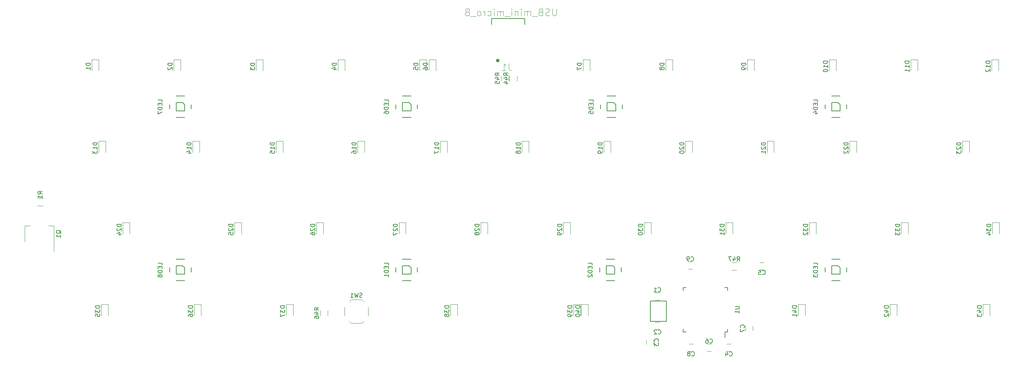
<source format=gbo>
G04 #@! TF.FileFunction,Legend,Bot*
%FSLAX46Y46*%
G04 Gerber Fmt 4.6, Leading zero omitted, Abs format (unit mm)*
G04 Created by KiCad (PCBNEW 4.0.7) date 06/01/18 20:48:47*
%MOMM*%
%LPD*%
G01*
G04 APERTURE LIST*
%ADD10C,0.100000*%
%ADD11C,0.120000*%
%ADD12C,0.200000*%
%ADD13C,0.150000*%
%ADD14C,0.400000*%
%ADD15C,0.050000*%
G04 APERTURE END LIST*
D10*
D11*
X176980000Y-90900000D02*
X177980000Y-90900000D01*
X177980000Y-92600000D02*
X176980000Y-92600000D01*
X178000000Y-99440000D02*
X177000000Y-99440000D01*
X177000000Y-97740000D02*
X178000000Y-97740000D01*
X176650000Y-101950000D02*
X176650000Y-102950000D01*
X174950000Y-102950000D02*
X174950000Y-101950000D01*
X194600000Y-104550000D02*
X193600000Y-104550000D01*
X193600000Y-102850000D02*
X194600000Y-102850000D01*
X202250000Y-85600000D02*
X201250000Y-85600000D01*
X201250000Y-83900000D02*
X202250000Y-83900000D01*
X46000000Y-36600000D02*
X47600000Y-36600000D01*
X47600000Y-36600000D02*
X47600000Y-39200000D01*
X46000000Y-36600000D02*
X46000000Y-39200000D01*
X65000000Y-36600000D02*
X66600000Y-36600000D01*
X66600000Y-36600000D02*
X66600000Y-39200000D01*
X65000000Y-36600000D02*
X65000000Y-39200000D01*
X84200000Y-36600000D02*
X85800000Y-36600000D01*
X85800000Y-36600000D02*
X85800000Y-39200000D01*
X84200000Y-36600000D02*
X84200000Y-39200000D01*
X103200000Y-36600000D02*
X104800000Y-36600000D01*
X104800000Y-36600000D02*
X104800000Y-39200000D01*
X103200000Y-36600000D02*
X103200000Y-39200000D01*
X122200000Y-36600000D02*
X123800000Y-36600000D01*
X123800000Y-36600000D02*
X123800000Y-39200000D01*
X122200000Y-36600000D02*
X122200000Y-39200000D01*
X124400000Y-36600000D02*
X126000000Y-36600000D01*
X126000000Y-36600000D02*
X126000000Y-39200000D01*
X124400000Y-36600000D02*
X124400000Y-39200000D01*
X160200000Y-36600000D02*
X161800000Y-36600000D01*
X161800000Y-36600000D02*
X161800000Y-39200000D01*
X160200000Y-36600000D02*
X160200000Y-39200000D01*
X179400000Y-36600000D02*
X181000000Y-36600000D01*
X181000000Y-36600000D02*
X181000000Y-39200000D01*
X179400000Y-36600000D02*
X179400000Y-39200000D01*
X198400000Y-36600000D02*
X200000000Y-36600000D01*
X200000000Y-36600000D02*
X200000000Y-39200000D01*
X198400000Y-36600000D02*
X198400000Y-39200000D01*
X217400000Y-36600000D02*
X219000000Y-36600000D01*
X219000000Y-36600000D02*
X219000000Y-39200000D01*
X217400000Y-36600000D02*
X217400000Y-39200000D01*
X236400000Y-36600000D02*
X238000000Y-36600000D01*
X238000000Y-36600000D02*
X238000000Y-39200000D01*
X236400000Y-36600000D02*
X236400000Y-39200000D01*
X255200000Y-36600000D02*
X256800000Y-36600000D01*
X256800000Y-36600000D02*
X256800000Y-39200000D01*
X255200000Y-36600000D02*
X255200000Y-39200000D01*
X47600000Y-55600000D02*
X49200000Y-55600000D01*
X49200000Y-55600000D02*
X49200000Y-58200000D01*
X47600000Y-55600000D02*
X47600000Y-58200000D01*
X69400000Y-55600000D02*
X71000000Y-55600000D01*
X71000000Y-55600000D02*
X71000000Y-58200000D01*
X69400000Y-55600000D02*
X69400000Y-58200000D01*
X88800000Y-55600000D02*
X90400000Y-55600000D01*
X90400000Y-55600000D02*
X90400000Y-58200000D01*
X88800000Y-55600000D02*
X88800000Y-58200000D01*
X107800000Y-55600000D02*
X109400000Y-55600000D01*
X109400000Y-55600000D02*
X109400000Y-58200000D01*
X107800000Y-55600000D02*
X107800000Y-58200000D01*
X127000000Y-55600000D02*
X128600000Y-55600000D01*
X128600000Y-55600000D02*
X128600000Y-58200000D01*
X127000000Y-55600000D02*
X127000000Y-58200000D01*
X146000000Y-55600000D02*
X147600000Y-55600000D01*
X147600000Y-55600000D02*
X147600000Y-58200000D01*
X146000000Y-55600000D02*
X146000000Y-58200000D01*
X165000000Y-55600000D02*
X166600000Y-55600000D01*
X166600000Y-55600000D02*
X166600000Y-58200000D01*
X165000000Y-55600000D02*
X165000000Y-58200000D01*
X184000000Y-55600000D02*
X185600000Y-55600000D01*
X185600000Y-55600000D02*
X185600000Y-58200000D01*
X184000000Y-55600000D02*
X184000000Y-58200000D01*
X203000000Y-55600000D02*
X204600000Y-55600000D01*
X204600000Y-55600000D02*
X204600000Y-58200000D01*
X203000000Y-55600000D02*
X203000000Y-58200000D01*
X222200000Y-55600000D02*
X223800000Y-55600000D01*
X223800000Y-55600000D02*
X223800000Y-58200000D01*
X222200000Y-55600000D02*
X222200000Y-58200000D01*
X248400000Y-55600000D02*
X250000000Y-55600000D01*
X250000000Y-55600000D02*
X250000000Y-58200000D01*
X248400000Y-55600000D02*
X248400000Y-58200000D01*
X53200000Y-74600000D02*
X54800000Y-74600000D01*
X54800000Y-74600000D02*
X54800000Y-77200000D01*
X53200000Y-74600000D02*
X53200000Y-77200000D01*
X79200000Y-74600000D02*
X80800000Y-74600000D01*
X80800000Y-74600000D02*
X80800000Y-77200000D01*
X79200000Y-74600000D02*
X79200000Y-77200000D01*
X98200000Y-74600000D02*
X99800000Y-74600000D01*
X99800000Y-74600000D02*
X99800000Y-77200000D01*
X98200000Y-74600000D02*
X98200000Y-77200000D01*
X117400000Y-74600000D02*
X119000000Y-74600000D01*
X119000000Y-74600000D02*
X119000000Y-77200000D01*
X117400000Y-74600000D02*
X117400000Y-77200000D01*
X136400000Y-74600000D02*
X138000000Y-74600000D01*
X138000000Y-74600000D02*
X138000000Y-77200000D01*
X136400000Y-74600000D02*
X136400000Y-77200000D01*
X155600000Y-74600000D02*
X157200000Y-74600000D01*
X157200000Y-74600000D02*
X157200000Y-77200000D01*
X155600000Y-74600000D02*
X155600000Y-77200000D01*
X174400000Y-74600000D02*
X176000000Y-74600000D01*
X176000000Y-74600000D02*
X176000000Y-77200000D01*
X174400000Y-74600000D02*
X174400000Y-77200000D01*
X193400000Y-74600000D02*
X195000000Y-74600000D01*
X195000000Y-74600000D02*
X195000000Y-77200000D01*
X193400000Y-74600000D02*
X193400000Y-77200000D01*
X212800000Y-74600000D02*
X214400000Y-74600000D01*
X214400000Y-74600000D02*
X214400000Y-77200000D01*
X212800000Y-74600000D02*
X212800000Y-77200000D01*
X234200000Y-74600000D02*
X235800000Y-74600000D01*
X235800000Y-74600000D02*
X235800000Y-77200000D01*
X234200000Y-74600000D02*
X234200000Y-77200000D01*
X255400000Y-74600000D02*
X257000000Y-74600000D01*
X257000000Y-74600000D02*
X257000000Y-77200000D01*
X255400000Y-74600000D02*
X255400000Y-77200000D01*
X48200000Y-93600000D02*
X49800000Y-93600000D01*
X49800000Y-93600000D02*
X49800000Y-96200000D01*
X48200000Y-93600000D02*
X48200000Y-96200000D01*
X69800000Y-93600000D02*
X71400000Y-93600000D01*
X71400000Y-93600000D02*
X71400000Y-96200000D01*
X69800000Y-93600000D02*
X69800000Y-96200000D01*
X91200000Y-93600000D02*
X92800000Y-93600000D01*
X92800000Y-93600000D02*
X92800000Y-96200000D01*
X91200000Y-93600000D02*
X91200000Y-96200000D01*
X129400000Y-93600000D02*
X131000000Y-93600000D01*
X131000000Y-93600000D02*
X131000000Y-96200000D01*
X129400000Y-93600000D02*
X129400000Y-96200000D01*
X158000000Y-93600000D02*
X159600000Y-93600000D01*
X159600000Y-93600000D02*
X159600000Y-96200000D01*
X158000000Y-93600000D02*
X158000000Y-96200000D01*
X159800000Y-93600000D02*
X161400000Y-93600000D01*
X161400000Y-93600000D02*
X161400000Y-96200000D01*
X159800000Y-93600000D02*
X159800000Y-96200000D01*
X210200000Y-93600000D02*
X211800000Y-93600000D01*
X211800000Y-93600000D02*
X211800000Y-96200000D01*
X210200000Y-93600000D02*
X210200000Y-96200000D01*
X231600000Y-93600000D02*
X233200000Y-93600000D01*
X233200000Y-93600000D02*
X233200000Y-96200000D01*
X231600000Y-93600000D02*
X231600000Y-96200000D01*
X253200000Y-93600000D02*
X254800000Y-93600000D01*
X254800000Y-93600000D02*
X254800000Y-96200000D01*
X253200000Y-93600000D02*
X253200000Y-96200000D01*
D12*
X118200000Y-84600000D02*
X118200000Y-86600000D01*
X118200000Y-86600000D02*
X120200000Y-86600000D01*
X120200000Y-86600000D02*
X120200000Y-85100000D01*
X120200000Y-85100000D02*
X119700000Y-84600000D01*
X119700000Y-84600000D02*
X118200000Y-84600000D01*
X118200000Y-83100000D02*
X120200000Y-83100000D01*
X121700000Y-85100000D02*
X121700000Y-86100000D01*
X118200000Y-88100000D02*
X120200000Y-88100000D01*
X116700000Y-85100000D02*
X116700000Y-86100000D01*
X165600000Y-84600000D02*
X165600000Y-86600000D01*
X165600000Y-86600000D02*
X167600000Y-86600000D01*
X167600000Y-86600000D02*
X167600000Y-85100000D01*
X167600000Y-85100000D02*
X167100000Y-84600000D01*
X167100000Y-84600000D02*
X165600000Y-84600000D01*
X165600000Y-83100000D02*
X167600000Y-83100000D01*
X169100000Y-85100000D02*
X169100000Y-86100000D01*
X165600000Y-88100000D02*
X167600000Y-88100000D01*
X164100000Y-85100000D02*
X164100000Y-86100000D01*
X218000000Y-84600000D02*
X218000000Y-86600000D01*
X218000000Y-86600000D02*
X220000000Y-86600000D01*
X220000000Y-86600000D02*
X220000000Y-85100000D01*
X220000000Y-85100000D02*
X219500000Y-84600000D01*
X219500000Y-84600000D02*
X218000000Y-84600000D01*
X218000000Y-83100000D02*
X220000000Y-83100000D01*
X221500000Y-85100000D02*
X221500000Y-86100000D01*
X218000000Y-88100000D02*
X220000000Y-88100000D01*
X216500000Y-85100000D02*
X216500000Y-86100000D01*
X218000000Y-46600000D02*
X218000000Y-48600000D01*
X218000000Y-48600000D02*
X220000000Y-48600000D01*
X220000000Y-48600000D02*
X220000000Y-47100000D01*
X220000000Y-47100000D02*
X219500000Y-46600000D01*
X219500000Y-46600000D02*
X218000000Y-46600000D01*
X218000000Y-45100000D02*
X220000000Y-45100000D01*
X221500000Y-47100000D02*
X221500000Y-48100000D01*
X218000000Y-50100000D02*
X220000000Y-50100000D01*
X216500000Y-47100000D02*
X216500000Y-48100000D01*
X165800000Y-46600000D02*
X165800000Y-48600000D01*
X165800000Y-48600000D02*
X167800000Y-48600000D01*
X167800000Y-48600000D02*
X167800000Y-47100000D01*
X167800000Y-47100000D02*
X167300000Y-46600000D01*
X167300000Y-46600000D02*
X165800000Y-46600000D01*
X165800000Y-45100000D02*
X167800000Y-45100000D01*
X169300000Y-47100000D02*
X169300000Y-48100000D01*
X165800000Y-50100000D02*
X167800000Y-50100000D01*
X164300000Y-47100000D02*
X164300000Y-48100000D01*
X118200000Y-46600000D02*
X118200000Y-48600000D01*
X118200000Y-48600000D02*
X120200000Y-48600000D01*
X120200000Y-48600000D02*
X120200000Y-47100000D01*
X120200000Y-47100000D02*
X119700000Y-46600000D01*
X119700000Y-46600000D02*
X118200000Y-46600000D01*
X118200000Y-45100000D02*
X120200000Y-45100000D01*
X121700000Y-47100000D02*
X121700000Y-48100000D01*
X118200000Y-50100000D02*
X120200000Y-50100000D01*
X116700000Y-47100000D02*
X116700000Y-48100000D01*
X65600000Y-46600000D02*
X65600000Y-48600000D01*
X65600000Y-48600000D02*
X67600000Y-48600000D01*
X67600000Y-48600000D02*
X67600000Y-47100000D01*
X67600000Y-47100000D02*
X67100000Y-46600000D01*
X67100000Y-46600000D02*
X65600000Y-46600000D01*
X65600000Y-45100000D02*
X67600000Y-45100000D01*
X69100000Y-47100000D02*
X69100000Y-48100000D01*
X65600000Y-50100000D02*
X67600000Y-50100000D01*
X64100000Y-47100000D02*
X64100000Y-48100000D01*
X65600000Y-84600000D02*
X65600000Y-86600000D01*
X65600000Y-86600000D02*
X67600000Y-86600000D01*
X67600000Y-86600000D02*
X67600000Y-85100000D01*
X67600000Y-85100000D02*
X67100000Y-84600000D01*
X67100000Y-84600000D02*
X65600000Y-84600000D01*
X65600000Y-83100000D02*
X67600000Y-83100000D01*
X69100000Y-85100000D02*
X69100000Y-86100000D01*
X65600000Y-88100000D02*
X67600000Y-88100000D01*
X64100000Y-85100000D02*
X64100000Y-86100000D01*
D11*
X30372000Y-75306000D02*
X31632000Y-75306000D01*
X37192000Y-75306000D02*
X35932000Y-75306000D01*
X30372000Y-79066000D02*
X30372000Y-75306000D01*
X37192000Y-81316000D02*
X37192000Y-75306000D01*
X33400000Y-70680000D02*
X34600000Y-70680000D01*
X34600000Y-68920000D02*
X33400000Y-68920000D01*
X144880000Y-41600000D02*
X144880000Y-40400000D01*
X143120000Y-40400000D02*
X143120000Y-41600000D01*
X142880000Y-41600000D02*
X142880000Y-40400000D01*
X141120000Y-40400000D02*
X141120000Y-41600000D01*
X100880000Y-96250000D02*
X100880000Y-95050000D01*
X99120000Y-95050000D02*
X99120000Y-96250000D01*
X194750000Y-85630000D02*
X195950000Y-85630000D01*
X195950000Y-83870000D02*
X194750000Y-83870000D01*
X109200000Y-97600000D02*
X108750000Y-98050000D01*
X105800000Y-97600000D02*
X106250000Y-98050000D01*
X105800000Y-93000000D02*
X106250000Y-92550000D01*
X109200000Y-93000000D02*
X108750000Y-92550000D01*
X104750000Y-94300000D02*
X104750000Y-96300000D01*
X108750000Y-98050000D02*
X106250000Y-98050000D01*
X110250000Y-94300000D02*
X110250000Y-96300000D01*
X108750000Y-92550000D02*
X106250000Y-92550000D01*
D12*
X175825000Y-97570000D02*
X179575000Y-97570000D01*
X179575000Y-97570000D02*
X179575000Y-92820000D01*
X179575000Y-92820000D02*
X175825000Y-92820000D01*
X175825000Y-92820000D02*
X175825000Y-97570000D01*
D11*
X189000000Y-102850000D02*
X190000000Y-102850000D01*
X190000000Y-104550000D02*
X189000000Y-104550000D01*
X197950000Y-99700000D02*
X197950000Y-98700000D01*
X199650000Y-98700000D02*
X199650000Y-99700000D01*
X185800000Y-104550000D02*
X184800000Y-104550000D01*
X184800000Y-102850000D02*
X185800000Y-102850000D01*
X184625000Y-83725000D02*
X185625000Y-83725000D01*
X185625000Y-85425000D02*
X184625000Y-85425000D01*
D13*
X193825000Y-100050000D02*
X193250000Y-100050000D01*
X193825000Y-89700000D02*
X193150000Y-89700000D01*
X183475000Y-89700000D02*
X184150000Y-89700000D01*
X183475000Y-100050000D02*
X184150000Y-100050000D01*
X193825000Y-100050000D02*
X193825000Y-99375000D01*
X183475000Y-100050000D02*
X183475000Y-99375000D01*
X183475000Y-89700000D02*
X183475000Y-90375000D01*
X193825000Y-89700000D02*
X193825000Y-90375000D01*
X193250000Y-100050000D02*
X193250000Y-101325000D01*
D14*
X140580200Y-36842000D02*
G75*
G03X140580200Y-36842000I-203200J0D01*
G01*
D12*
X138904000Y-27088000D02*
X146676000Y-27088000D01*
X146676000Y-27088000D02*
X146676000Y-28383000D01*
X138904000Y-27088000D02*
X138904000Y-28383000D01*
D13*
X177646666Y-90607143D02*
X177694285Y-90654762D01*
X177837142Y-90702381D01*
X177932380Y-90702381D01*
X178075238Y-90654762D01*
X178170476Y-90559524D01*
X178218095Y-90464286D01*
X178265714Y-90273810D01*
X178265714Y-90130952D01*
X178218095Y-89940476D01*
X178170476Y-89845238D01*
X178075238Y-89750000D01*
X177932380Y-89702381D01*
X177837142Y-89702381D01*
X177694285Y-89750000D01*
X177646666Y-89797619D01*
X176694285Y-90702381D02*
X177265714Y-90702381D01*
X176980000Y-90702381D02*
X176980000Y-89702381D01*
X177075238Y-89845238D01*
X177170476Y-89940476D01*
X177265714Y-89988095D01*
X177666666Y-100447143D02*
X177714285Y-100494762D01*
X177857142Y-100542381D01*
X177952380Y-100542381D01*
X178095238Y-100494762D01*
X178190476Y-100399524D01*
X178238095Y-100304286D01*
X178285714Y-100113810D01*
X178285714Y-99970952D01*
X178238095Y-99780476D01*
X178190476Y-99685238D01*
X178095238Y-99590000D01*
X177952380Y-99542381D01*
X177857142Y-99542381D01*
X177714285Y-99590000D01*
X177666666Y-99637619D01*
X177285714Y-99637619D02*
X177238095Y-99590000D01*
X177142857Y-99542381D01*
X176904761Y-99542381D01*
X176809523Y-99590000D01*
X176761904Y-99637619D01*
X176714285Y-99732857D01*
X176714285Y-99828095D01*
X176761904Y-99970952D01*
X177333333Y-100542381D01*
X176714285Y-100542381D01*
X177657143Y-102283334D02*
X177704762Y-102235715D01*
X177752381Y-102092858D01*
X177752381Y-101997620D01*
X177704762Y-101854762D01*
X177609524Y-101759524D01*
X177514286Y-101711905D01*
X177323810Y-101664286D01*
X177180952Y-101664286D01*
X176990476Y-101711905D01*
X176895238Y-101759524D01*
X176800000Y-101854762D01*
X176752381Y-101997620D01*
X176752381Y-102092858D01*
X176800000Y-102235715D01*
X176847619Y-102283334D01*
X176752381Y-102616667D02*
X176752381Y-103235715D01*
X177133333Y-102902381D01*
X177133333Y-103045239D01*
X177180952Y-103140477D01*
X177228571Y-103188096D01*
X177323810Y-103235715D01*
X177561905Y-103235715D01*
X177657143Y-103188096D01*
X177704762Y-103140477D01*
X177752381Y-103045239D01*
X177752381Y-102759524D01*
X177704762Y-102664286D01*
X177657143Y-102616667D01*
X194266666Y-105557143D02*
X194314285Y-105604762D01*
X194457142Y-105652381D01*
X194552380Y-105652381D01*
X194695238Y-105604762D01*
X194790476Y-105509524D01*
X194838095Y-105414286D01*
X194885714Y-105223810D01*
X194885714Y-105080952D01*
X194838095Y-104890476D01*
X194790476Y-104795238D01*
X194695238Y-104700000D01*
X194552380Y-104652381D01*
X194457142Y-104652381D01*
X194314285Y-104700000D01*
X194266666Y-104747619D01*
X193409523Y-104985714D02*
X193409523Y-105652381D01*
X193647619Y-104604762D02*
X193885714Y-105319048D01*
X193266666Y-105319048D01*
X201916666Y-86607143D02*
X201964285Y-86654762D01*
X202107142Y-86702381D01*
X202202380Y-86702381D01*
X202345238Y-86654762D01*
X202440476Y-86559524D01*
X202488095Y-86464286D01*
X202535714Y-86273810D01*
X202535714Y-86130952D01*
X202488095Y-85940476D01*
X202440476Y-85845238D01*
X202345238Y-85750000D01*
X202202380Y-85702381D01*
X202107142Y-85702381D01*
X201964285Y-85750000D01*
X201916666Y-85797619D01*
X201011904Y-85702381D02*
X201488095Y-85702381D01*
X201535714Y-86178571D01*
X201488095Y-86130952D01*
X201392857Y-86083333D01*
X201154761Y-86083333D01*
X201059523Y-86130952D01*
X201011904Y-86178571D01*
X200964285Y-86273810D01*
X200964285Y-86511905D01*
X201011904Y-86607143D01*
X201059523Y-86654762D01*
X201154761Y-86702381D01*
X201392857Y-86702381D01*
X201488095Y-86654762D01*
X201535714Y-86607143D01*
X45652381Y-37461905D02*
X44652381Y-37461905D01*
X44652381Y-37700000D01*
X44700000Y-37842858D01*
X44795238Y-37938096D01*
X44890476Y-37985715D01*
X45080952Y-38033334D01*
X45223810Y-38033334D01*
X45414286Y-37985715D01*
X45509524Y-37938096D01*
X45604762Y-37842858D01*
X45652381Y-37700000D01*
X45652381Y-37461905D01*
X45652381Y-38985715D02*
X45652381Y-38414286D01*
X45652381Y-38700000D02*
X44652381Y-38700000D01*
X44795238Y-38604762D01*
X44890476Y-38509524D01*
X44938095Y-38414286D01*
X64652381Y-37461905D02*
X63652381Y-37461905D01*
X63652381Y-37700000D01*
X63700000Y-37842858D01*
X63795238Y-37938096D01*
X63890476Y-37985715D01*
X64080952Y-38033334D01*
X64223810Y-38033334D01*
X64414286Y-37985715D01*
X64509524Y-37938096D01*
X64604762Y-37842858D01*
X64652381Y-37700000D01*
X64652381Y-37461905D01*
X63747619Y-38414286D02*
X63700000Y-38461905D01*
X63652381Y-38557143D01*
X63652381Y-38795239D01*
X63700000Y-38890477D01*
X63747619Y-38938096D01*
X63842857Y-38985715D01*
X63938095Y-38985715D01*
X64080952Y-38938096D01*
X64652381Y-38366667D01*
X64652381Y-38985715D01*
X83852381Y-37461905D02*
X82852381Y-37461905D01*
X82852381Y-37700000D01*
X82900000Y-37842858D01*
X82995238Y-37938096D01*
X83090476Y-37985715D01*
X83280952Y-38033334D01*
X83423810Y-38033334D01*
X83614286Y-37985715D01*
X83709524Y-37938096D01*
X83804762Y-37842858D01*
X83852381Y-37700000D01*
X83852381Y-37461905D01*
X82852381Y-38366667D02*
X82852381Y-38985715D01*
X83233333Y-38652381D01*
X83233333Y-38795239D01*
X83280952Y-38890477D01*
X83328571Y-38938096D01*
X83423810Y-38985715D01*
X83661905Y-38985715D01*
X83757143Y-38938096D01*
X83804762Y-38890477D01*
X83852381Y-38795239D01*
X83852381Y-38509524D01*
X83804762Y-38414286D01*
X83757143Y-38366667D01*
X102852381Y-37461905D02*
X101852381Y-37461905D01*
X101852381Y-37700000D01*
X101900000Y-37842858D01*
X101995238Y-37938096D01*
X102090476Y-37985715D01*
X102280952Y-38033334D01*
X102423810Y-38033334D01*
X102614286Y-37985715D01*
X102709524Y-37938096D01*
X102804762Y-37842858D01*
X102852381Y-37700000D01*
X102852381Y-37461905D01*
X102185714Y-38890477D02*
X102852381Y-38890477D01*
X101804762Y-38652381D02*
X102519048Y-38414286D01*
X102519048Y-39033334D01*
X121852381Y-37461905D02*
X120852381Y-37461905D01*
X120852381Y-37700000D01*
X120900000Y-37842858D01*
X120995238Y-37938096D01*
X121090476Y-37985715D01*
X121280952Y-38033334D01*
X121423810Y-38033334D01*
X121614286Y-37985715D01*
X121709524Y-37938096D01*
X121804762Y-37842858D01*
X121852381Y-37700000D01*
X121852381Y-37461905D01*
X120852381Y-38938096D02*
X120852381Y-38461905D01*
X121328571Y-38414286D01*
X121280952Y-38461905D01*
X121233333Y-38557143D01*
X121233333Y-38795239D01*
X121280952Y-38890477D01*
X121328571Y-38938096D01*
X121423810Y-38985715D01*
X121661905Y-38985715D01*
X121757143Y-38938096D01*
X121804762Y-38890477D01*
X121852381Y-38795239D01*
X121852381Y-38557143D01*
X121804762Y-38461905D01*
X121757143Y-38414286D01*
X124052381Y-37461905D02*
X123052381Y-37461905D01*
X123052381Y-37700000D01*
X123100000Y-37842858D01*
X123195238Y-37938096D01*
X123290476Y-37985715D01*
X123480952Y-38033334D01*
X123623810Y-38033334D01*
X123814286Y-37985715D01*
X123909524Y-37938096D01*
X124004762Y-37842858D01*
X124052381Y-37700000D01*
X124052381Y-37461905D01*
X123052381Y-38890477D02*
X123052381Y-38700000D01*
X123100000Y-38604762D01*
X123147619Y-38557143D01*
X123290476Y-38461905D01*
X123480952Y-38414286D01*
X123861905Y-38414286D01*
X123957143Y-38461905D01*
X124004762Y-38509524D01*
X124052381Y-38604762D01*
X124052381Y-38795239D01*
X124004762Y-38890477D01*
X123957143Y-38938096D01*
X123861905Y-38985715D01*
X123623810Y-38985715D01*
X123528571Y-38938096D01*
X123480952Y-38890477D01*
X123433333Y-38795239D01*
X123433333Y-38604762D01*
X123480952Y-38509524D01*
X123528571Y-38461905D01*
X123623810Y-38414286D01*
X159852381Y-37461905D02*
X158852381Y-37461905D01*
X158852381Y-37700000D01*
X158900000Y-37842858D01*
X158995238Y-37938096D01*
X159090476Y-37985715D01*
X159280952Y-38033334D01*
X159423810Y-38033334D01*
X159614286Y-37985715D01*
X159709524Y-37938096D01*
X159804762Y-37842858D01*
X159852381Y-37700000D01*
X159852381Y-37461905D01*
X158852381Y-38366667D02*
X158852381Y-39033334D01*
X159852381Y-38604762D01*
X179052381Y-37461905D02*
X178052381Y-37461905D01*
X178052381Y-37700000D01*
X178100000Y-37842858D01*
X178195238Y-37938096D01*
X178290476Y-37985715D01*
X178480952Y-38033334D01*
X178623810Y-38033334D01*
X178814286Y-37985715D01*
X178909524Y-37938096D01*
X179004762Y-37842858D01*
X179052381Y-37700000D01*
X179052381Y-37461905D01*
X178480952Y-38604762D02*
X178433333Y-38509524D01*
X178385714Y-38461905D01*
X178290476Y-38414286D01*
X178242857Y-38414286D01*
X178147619Y-38461905D01*
X178100000Y-38509524D01*
X178052381Y-38604762D01*
X178052381Y-38795239D01*
X178100000Y-38890477D01*
X178147619Y-38938096D01*
X178242857Y-38985715D01*
X178290476Y-38985715D01*
X178385714Y-38938096D01*
X178433333Y-38890477D01*
X178480952Y-38795239D01*
X178480952Y-38604762D01*
X178528571Y-38509524D01*
X178576190Y-38461905D01*
X178671429Y-38414286D01*
X178861905Y-38414286D01*
X178957143Y-38461905D01*
X179004762Y-38509524D01*
X179052381Y-38604762D01*
X179052381Y-38795239D01*
X179004762Y-38890477D01*
X178957143Y-38938096D01*
X178861905Y-38985715D01*
X178671429Y-38985715D01*
X178576190Y-38938096D01*
X178528571Y-38890477D01*
X178480952Y-38795239D01*
X198052381Y-37461905D02*
X197052381Y-37461905D01*
X197052381Y-37700000D01*
X197100000Y-37842858D01*
X197195238Y-37938096D01*
X197290476Y-37985715D01*
X197480952Y-38033334D01*
X197623810Y-38033334D01*
X197814286Y-37985715D01*
X197909524Y-37938096D01*
X198004762Y-37842858D01*
X198052381Y-37700000D01*
X198052381Y-37461905D01*
X198052381Y-38509524D02*
X198052381Y-38700000D01*
X198004762Y-38795239D01*
X197957143Y-38842858D01*
X197814286Y-38938096D01*
X197623810Y-38985715D01*
X197242857Y-38985715D01*
X197147619Y-38938096D01*
X197100000Y-38890477D01*
X197052381Y-38795239D01*
X197052381Y-38604762D01*
X197100000Y-38509524D01*
X197147619Y-38461905D01*
X197242857Y-38414286D01*
X197480952Y-38414286D01*
X197576190Y-38461905D01*
X197623810Y-38509524D01*
X197671429Y-38604762D01*
X197671429Y-38795239D01*
X197623810Y-38890477D01*
X197576190Y-38938096D01*
X197480952Y-38985715D01*
X217052381Y-36985714D02*
X216052381Y-36985714D01*
X216052381Y-37223809D01*
X216100000Y-37366667D01*
X216195238Y-37461905D01*
X216290476Y-37509524D01*
X216480952Y-37557143D01*
X216623810Y-37557143D01*
X216814286Y-37509524D01*
X216909524Y-37461905D01*
X217004762Y-37366667D01*
X217052381Y-37223809D01*
X217052381Y-36985714D01*
X217052381Y-38509524D02*
X217052381Y-37938095D01*
X217052381Y-38223809D02*
X216052381Y-38223809D01*
X216195238Y-38128571D01*
X216290476Y-38033333D01*
X216338095Y-37938095D01*
X216052381Y-39128571D02*
X216052381Y-39223810D01*
X216100000Y-39319048D01*
X216147619Y-39366667D01*
X216242857Y-39414286D01*
X216433333Y-39461905D01*
X216671429Y-39461905D01*
X216861905Y-39414286D01*
X216957143Y-39366667D01*
X217004762Y-39319048D01*
X217052381Y-39223810D01*
X217052381Y-39128571D01*
X217004762Y-39033333D01*
X216957143Y-38985714D01*
X216861905Y-38938095D01*
X216671429Y-38890476D01*
X216433333Y-38890476D01*
X216242857Y-38938095D01*
X216147619Y-38985714D01*
X216100000Y-39033333D01*
X216052381Y-39128571D01*
X236052381Y-36985714D02*
X235052381Y-36985714D01*
X235052381Y-37223809D01*
X235100000Y-37366667D01*
X235195238Y-37461905D01*
X235290476Y-37509524D01*
X235480952Y-37557143D01*
X235623810Y-37557143D01*
X235814286Y-37509524D01*
X235909524Y-37461905D01*
X236004762Y-37366667D01*
X236052381Y-37223809D01*
X236052381Y-36985714D01*
X236052381Y-38509524D02*
X236052381Y-37938095D01*
X236052381Y-38223809D02*
X235052381Y-38223809D01*
X235195238Y-38128571D01*
X235290476Y-38033333D01*
X235338095Y-37938095D01*
X236052381Y-39461905D02*
X236052381Y-38890476D01*
X236052381Y-39176190D02*
X235052381Y-39176190D01*
X235195238Y-39080952D01*
X235290476Y-38985714D01*
X235338095Y-38890476D01*
X254852381Y-36985714D02*
X253852381Y-36985714D01*
X253852381Y-37223809D01*
X253900000Y-37366667D01*
X253995238Y-37461905D01*
X254090476Y-37509524D01*
X254280952Y-37557143D01*
X254423810Y-37557143D01*
X254614286Y-37509524D01*
X254709524Y-37461905D01*
X254804762Y-37366667D01*
X254852381Y-37223809D01*
X254852381Y-36985714D01*
X254852381Y-38509524D02*
X254852381Y-37938095D01*
X254852381Y-38223809D02*
X253852381Y-38223809D01*
X253995238Y-38128571D01*
X254090476Y-38033333D01*
X254138095Y-37938095D01*
X253947619Y-38890476D02*
X253900000Y-38938095D01*
X253852381Y-39033333D01*
X253852381Y-39271429D01*
X253900000Y-39366667D01*
X253947619Y-39414286D01*
X254042857Y-39461905D01*
X254138095Y-39461905D01*
X254280952Y-39414286D01*
X254852381Y-38842857D01*
X254852381Y-39461905D01*
X47252381Y-55985714D02*
X46252381Y-55985714D01*
X46252381Y-56223809D01*
X46300000Y-56366667D01*
X46395238Y-56461905D01*
X46490476Y-56509524D01*
X46680952Y-56557143D01*
X46823810Y-56557143D01*
X47014286Y-56509524D01*
X47109524Y-56461905D01*
X47204762Y-56366667D01*
X47252381Y-56223809D01*
X47252381Y-55985714D01*
X47252381Y-57509524D02*
X47252381Y-56938095D01*
X47252381Y-57223809D02*
X46252381Y-57223809D01*
X46395238Y-57128571D01*
X46490476Y-57033333D01*
X46538095Y-56938095D01*
X46252381Y-57842857D02*
X46252381Y-58461905D01*
X46633333Y-58128571D01*
X46633333Y-58271429D01*
X46680952Y-58366667D01*
X46728571Y-58414286D01*
X46823810Y-58461905D01*
X47061905Y-58461905D01*
X47157143Y-58414286D01*
X47204762Y-58366667D01*
X47252381Y-58271429D01*
X47252381Y-57985714D01*
X47204762Y-57890476D01*
X47157143Y-57842857D01*
X69052381Y-55985714D02*
X68052381Y-55985714D01*
X68052381Y-56223809D01*
X68100000Y-56366667D01*
X68195238Y-56461905D01*
X68290476Y-56509524D01*
X68480952Y-56557143D01*
X68623810Y-56557143D01*
X68814286Y-56509524D01*
X68909524Y-56461905D01*
X69004762Y-56366667D01*
X69052381Y-56223809D01*
X69052381Y-55985714D01*
X69052381Y-57509524D02*
X69052381Y-56938095D01*
X69052381Y-57223809D02*
X68052381Y-57223809D01*
X68195238Y-57128571D01*
X68290476Y-57033333D01*
X68338095Y-56938095D01*
X68385714Y-58366667D02*
X69052381Y-58366667D01*
X68004762Y-58128571D02*
X68719048Y-57890476D01*
X68719048Y-58509524D01*
X88452381Y-55985714D02*
X87452381Y-55985714D01*
X87452381Y-56223809D01*
X87500000Y-56366667D01*
X87595238Y-56461905D01*
X87690476Y-56509524D01*
X87880952Y-56557143D01*
X88023810Y-56557143D01*
X88214286Y-56509524D01*
X88309524Y-56461905D01*
X88404762Y-56366667D01*
X88452381Y-56223809D01*
X88452381Y-55985714D01*
X88452381Y-57509524D02*
X88452381Y-56938095D01*
X88452381Y-57223809D02*
X87452381Y-57223809D01*
X87595238Y-57128571D01*
X87690476Y-57033333D01*
X87738095Y-56938095D01*
X87452381Y-58414286D02*
X87452381Y-57938095D01*
X87928571Y-57890476D01*
X87880952Y-57938095D01*
X87833333Y-58033333D01*
X87833333Y-58271429D01*
X87880952Y-58366667D01*
X87928571Y-58414286D01*
X88023810Y-58461905D01*
X88261905Y-58461905D01*
X88357143Y-58414286D01*
X88404762Y-58366667D01*
X88452381Y-58271429D01*
X88452381Y-58033333D01*
X88404762Y-57938095D01*
X88357143Y-57890476D01*
X107452381Y-55985714D02*
X106452381Y-55985714D01*
X106452381Y-56223809D01*
X106500000Y-56366667D01*
X106595238Y-56461905D01*
X106690476Y-56509524D01*
X106880952Y-56557143D01*
X107023810Y-56557143D01*
X107214286Y-56509524D01*
X107309524Y-56461905D01*
X107404762Y-56366667D01*
X107452381Y-56223809D01*
X107452381Y-55985714D01*
X107452381Y-57509524D02*
X107452381Y-56938095D01*
X107452381Y-57223809D02*
X106452381Y-57223809D01*
X106595238Y-57128571D01*
X106690476Y-57033333D01*
X106738095Y-56938095D01*
X106452381Y-58366667D02*
X106452381Y-58176190D01*
X106500000Y-58080952D01*
X106547619Y-58033333D01*
X106690476Y-57938095D01*
X106880952Y-57890476D01*
X107261905Y-57890476D01*
X107357143Y-57938095D01*
X107404762Y-57985714D01*
X107452381Y-58080952D01*
X107452381Y-58271429D01*
X107404762Y-58366667D01*
X107357143Y-58414286D01*
X107261905Y-58461905D01*
X107023810Y-58461905D01*
X106928571Y-58414286D01*
X106880952Y-58366667D01*
X106833333Y-58271429D01*
X106833333Y-58080952D01*
X106880952Y-57985714D01*
X106928571Y-57938095D01*
X107023810Y-57890476D01*
X126652381Y-55985714D02*
X125652381Y-55985714D01*
X125652381Y-56223809D01*
X125700000Y-56366667D01*
X125795238Y-56461905D01*
X125890476Y-56509524D01*
X126080952Y-56557143D01*
X126223810Y-56557143D01*
X126414286Y-56509524D01*
X126509524Y-56461905D01*
X126604762Y-56366667D01*
X126652381Y-56223809D01*
X126652381Y-55985714D01*
X126652381Y-57509524D02*
X126652381Y-56938095D01*
X126652381Y-57223809D02*
X125652381Y-57223809D01*
X125795238Y-57128571D01*
X125890476Y-57033333D01*
X125938095Y-56938095D01*
X125652381Y-57842857D02*
X125652381Y-58509524D01*
X126652381Y-58080952D01*
X145652381Y-55985714D02*
X144652381Y-55985714D01*
X144652381Y-56223809D01*
X144700000Y-56366667D01*
X144795238Y-56461905D01*
X144890476Y-56509524D01*
X145080952Y-56557143D01*
X145223810Y-56557143D01*
X145414286Y-56509524D01*
X145509524Y-56461905D01*
X145604762Y-56366667D01*
X145652381Y-56223809D01*
X145652381Y-55985714D01*
X145652381Y-57509524D02*
X145652381Y-56938095D01*
X145652381Y-57223809D02*
X144652381Y-57223809D01*
X144795238Y-57128571D01*
X144890476Y-57033333D01*
X144938095Y-56938095D01*
X145080952Y-58080952D02*
X145033333Y-57985714D01*
X144985714Y-57938095D01*
X144890476Y-57890476D01*
X144842857Y-57890476D01*
X144747619Y-57938095D01*
X144700000Y-57985714D01*
X144652381Y-58080952D01*
X144652381Y-58271429D01*
X144700000Y-58366667D01*
X144747619Y-58414286D01*
X144842857Y-58461905D01*
X144890476Y-58461905D01*
X144985714Y-58414286D01*
X145033333Y-58366667D01*
X145080952Y-58271429D01*
X145080952Y-58080952D01*
X145128571Y-57985714D01*
X145176190Y-57938095D01*
X145271429Y-57890476D01*
X145461905Y-57890476D01*
X145557143Y-57938095D01*
X145604762Y-57985714D01*
X145652381Y-58080952D01*
X145652381Y-58271429D01*
X145604762Y-58366667D01*
X145557143Y-58414286D01*
X145461905Y-58461905D01*
X145271429Y-58461905D01*
X145176190Y-58414286D01*
X145128571Y-58366667D01*
X145080952Y-58271429D01*
X164652381Y-55985714D02*
X163652381Y-55985714D01*
X163652381Y-56223809D01*
X163700000Y-56366667D01*
X163795238Y-56461905D01*
X163890476Y-56509524D01*
X164080952Y-56557143D01*
X164223810Y-56557143D01*
X164414286Y-56509524D01*
X164509524Y-56461905D01*
X164604762Y-56366667D01*
X164652381Y-56223809D01*
X164652381Y-55985714D01*
X164652381Y-57509524D02*
X164652381Y-56938095D01*
X164652381Y-57223809D02*
X163652381Y-57223809D01*
X163795238Y-57128571D01*
X163890476Y-57033333D01*
X163938095Y-56938095D01*
X164652381Y-57985714D02*
X164652381Y-58176190D01*
X164604762Y-58271429D01*
X164557143Y-58319048D01*
X164414286Y-58414286D01*
X164223810Y-58461905D01*
X163842857Y-58461905D01*
X163747619Y-58414286D01*
X163700000Y-58366667D01*
X163652381Y-58271429D01*
X163652381Y-58080952D01*
X163700000Y-57985714D01*
X163747619Y-57938095D01*
X163842857Y-57890476D01*
X164080952Y-57890476D01*
X164176190Y-57938095D01*
X164223810Y-57985714D01*
X164271429Y-58080952D01*
X164271429Y-58271429D01*
X164223810Y-58366667D01*
X164176190Y-58414286D01*
X164080952Y-58461905D01*
X183652381Y-55985714D02*
X182652381Y-55985714D01*
X182652381Y-56223809D01*
X182700000Y-56366667D01*
X182795238Y-56461905D01*
X182890476Y-56509524D01*
X183080952Y-56557143D01*
X183223810Y-56557143D01*
X183414286Y-56509524D01*
X183509524Y-56461905D01*
X183604762Y-56366667D01*
X183652381Y-56223809D01*
X183652381Y-55985714D01*
X182747619Y-56938095D02*
X182700000Y-56985714D01*
X182652381Y-57080952D01*
X182652381Y-57319048D01*
X182700000Y-57414286D01*
X182747619Y-57461905D01*
X182842857Y-57509524D01*
X182938095Y-57509524D01*
X183080952Y-57461905D01*
X183652381Y-56890476D01*
X183652381Y-57509524D01*
X182652381Y-58128571D02*
X182652381Y-58223810D01*
X182700000Y-58319048D01*
X182747619Y-58366667D01*
X182842857Y-58414286D01*
X183033333Y-58461905D01*
X183271429Y-58461905D01*
X183461905Y-58414286D01*
X183557143Y-58366667D01*
X183604762Y-58319048D01*
X183652381Y-58223810D01*
X183652381Y-58128571D01*
X183604762Y-58033333D01*
X183557143Y-57985714D01*
X183461905Y-57938095D01*
X183271429Y-57890476D01*
X183033333Y-57890476D01*
X182842857Y-57938095D01*
X182747619Y-57985714D01*
X182700000Y-58033333D01*
X182652381Y-58128571D01*
X202652381Y-55985714D02*
X201652381Y-55985714D01*
X201652381Y-56223809D01*
X201700000Y-56366667D01*
X201795238Y-56461905D01*
X201890476Y-56509524D01*
X202080952Y-56557143D01*
X202223810Y-56557143D01*
X202414286Y-56509524D01*
X202509524Y-56461905D01*
X202604762Y-56366667D01*
X202652381Y-56223809D01*
X202652381Y-55985714D01*
X201747619Y-56938095D02*
X201700000Y-56985714D01*
X201652381Y-57080952D01*
X201652381Y-57319048D01*
X201700000Y-57414286D01*
X201747619Y-57461905D01*
X201842857Y-57509524D01*
X201938095Y-57509524D01*
X202080952Y-57461905D01*
X202652381Y-56890476D01*
X202652381Y-57509524D01*
X202652381Y-58461905D02*
X202652381Y-57890476D01*
X202652381Y-58176190D02*
X201652381Y-58176190D01*
X201795238Y-58080952D01*
X201890476Y-57985714D01*
X201938095Y-57890476D01*
X221852381Y-55985714D02*
X220852381Y-55985714D01*
X220852381Y-56223809D01*
X220900000Y-56366667D01*
X220995238Y-56461905D01*
X221090476Y-56509524D01*
X221280952Y-56557143D01*
X221423810Y-56557143D01*
X221614286Y-56509524D01*
X221709524Y-56461905D01*
X221804762Y-56366667D01*
X221852381Y-56223809D01*
X221852381Y-55985714D01*
X220947619Y-56938095D02*
X220900000Y-56985714D01*
X220852381Y-57080952D01*
X220852381Y-57319048D01*
X220900000Y-57414286D01*
X220947619Y-57461905D01*
X221042857Y-57509524D01*
X221138095Y-57509524D01*
X221280952Y-57461905D01*
X221852381Y-56890476D01*
X221852381Y-57509524D01*
X220947619Y-57890476D02*
X220900000Y-57938095D01*
X220852381Y-58033333D01*
X220852381Y-58271429D01*
X220900000Y-58366667D01*
X220947619Y-58414286D01*
X221042857Y-58461905D01*
X221138095Y-58461905D01*
X221280952Y-58414286D01*
X221852381Y-57842857D01*
X221852381Y-58461905D01*
X248052381Y-55985714D02*
X247052381Y-55985714D01*
X247052381Y-56223809D01*
X247100000Y-56366667D01*
X247195238Y-56461905D01*
X247290476Y-56509524D01*
X247480952Y-56557143D01*
X247623810Y-56557143D01*
X247814286Y-56509524D01*
X247909524Y-56461905D01*
X248004762Y-56366667D01*
X248052381Y-56223809D01*
X248052381Y-55985714D01*
X247147619Y-56938095D02*
X247100000Y-56985714D01*
X247052381Y-57080952D01*
X247052381Y-57319048D01*
X247100000Y-57414286D01*
X247147619Y-57461905D01*
X247242857Y-57509524D01*
X247338095Y-57509524D01*
X247480952Y-57461905D01*
X248052381Y-56890476D01*
X248052381Y-57509524D01*
X247052381Y-57842857D02*
X247052381Y-58461905D01*
X247433333Y-58128571D01*
X247433333Y-58271429D01*
X247480952Y-58366667D01*
X247528571Y-58414286D01*
X247623810Y-58461905D01*
X247861905Y-58461905D01*
X247957143Y-58414286D01*
X248004762Y-58366667D01*
X248052381Y-58271429D01*
X248052381Y-57985714D01*
X248004762Y-57890476D01*
X247957143Y-57842857D01*
X52852381Y-74985714D02*
X51852381Y-74985714D01*
X51852381Y-75223809D01*
X51900000Y-75366667D01*
X51995238Y-75461905D01*
X52090476Y-75509524D01*
X52280952Y-75557143D01*
X52423810Y-75557143D01*
X52614286Y-75509524D01*
X52709524Y-75461905D01*
X52804762Y-75366667D01*
X52852381Y-75223809D01*
X52852381Y-74985714D01*
X51947619Y-75938095D02*
X51900000Y-75985714D01*
X51852381Y-76080952D01*
X51852381Y-76319048D01*
X51900000Y-76414286D01*
X51947619Y-76461905D01*
X52042857Y-76509524D01*
X52138095Y-76509524D01*
X52280952Y-76461905D01*
X52852381Y-75890476D01*
X52852381Y-76509524D01*
X52185714Y-77366667D02*
X52852381Y-77366667D01*
X51804762Y-77128571D02*
X52519048Y-76890476D01*
X52519048Y-77509524D01*
X78852381Y-74985714D02*
X77852381Y-74985714D01*
X77852381Y-75223809D01*
X77900000Y-75366667D01*
X77995238Y-75461905D01*
X78090476Y-75509524D01*
X78280952Y-75557143D01*
X78423810Y-75557143D01*
X78614286Y-75509524D01*
X78709524Y-75461905D01*
X78804762Y-75366667D01*
X78852381Y-75223809D01*
X78852381Y-74985714D01*
X77947619Y-75938095D02*
X77900000Y-75985714D01*
X77852381Y-76080952D01*
X77852381Y-76319048D01*
X77900000Y-76414286D01*
X77947619Y-76461905D01*
X78042857Y-76509524D01*
X78138095Y-76509524D01*
X78280952Y-76461905D01*
X78852381Y-75890476D01*
X78852381Y-76509524D01*
X77852381Y-77414286D02*
X77852381Y-76938095D01*
X78328571Y-76890476D01*
X78280952Y-76938095D01*
X78233333Y-77033333D01*
X78233333Y-77271429D01*
X78280952Y-77366667D01*
X78328571Y-77414286D01*
X78423810Y-77461905D01*
X78661905Y-77461905D01*
X78757143Y-77414286D01*
X78804762Y-77366667D01*
X78852381Y-77271429D01*
X78852381Y-77033333D01*
X78804762Y-76938095D01*
X78757143Y-76890476D01*
X97852381Y-74985714D02*
X96852381Y-74985714D01*
X96852381Y-75223809D01*
X96900000Y-75366667D01*
X96995238Y-75461905D01*
X97090476Y-75509524D01*
X97280952Y-75557143D01*
X97423810Y-75557143D01*
X97614286Y-75509524D01*
X97709524Y-75461905D01*
X97804762Y-75366667D01*
X97852381Y-75223809D01*
X97852381Y-74985714D01*
X96947619Y-75938095D02*
X96900000Y-75985714D01*
X96852381Y-76080952D01*
X96852381Y-76319048D01*
X96900000Y-76414286D01*
X96947619Y-76461905D01*
X97042857Y-76509524D01*
X97138095Y-76509524D01*
X97280952Y-76461905D01*
X97852381Y-75890476D01*
X97852381Y-76509524D01*
X96852381Y-77366667D02*
X96852381Y-77176190D01*
X96900000Y-77080952D01*
X96947619Y-77033333D01*
X97090476Y-76938095D01*
X97280952Y-76890476D01*
X97661905Y-76890476D01*
X97757143Y-76938095D01*
X97804762Y-76985714D01*
X97852381Y-77080952D01*
X97852381Y-77271429D01*
X97804762Y-77366667D01*
X97757143Y-77414286D01*
X97661905Y-77461905D01*
X97423810Y-77461905D01*
X97328571Y-77414286D01*
X97280952Y-77366667D01*
X97233333Y-77271429D01*
X97233333Y-77080952D01*
X97280952Y-76985714D01*
X97328571Y-76938095D01*
X97423810Y-76890476D01*
X117052381Y-74985714D02*
X116052381Y-74985714D01*
X116052381Y-75223809D01*
X116100000Y-75366667D01*
X116195238Y-75461905D01*
X116290476Y-75509524D01*
X116480952Y-75557143D01*
X116623810Y-75557143D01*
X116814286Y-75509524D01*
X116909524Y-75461905D01*
X117004762Y-75366667D01*
X117052381Y-75223809D01*
X117052381Y-74985714D01*
X116147619Y-75938095D02*
X116100000Y-75985714D01*
X116052381Y-76080952D01*
X116052381Y-76319048D01*
X116100000Y-76414286D01*
X116147619Y-76461905D01*
X116242857Y-76509524D01*
X116338095Y-76509524D01*
X116480952Y-76461905D01*
X117052381Y-75890476D01*
X117052381Y-76509524D01*
X116052381Y-76842857D02*
X116052381Y-77509524D01*
X117052381Y-77080952D01*
X136052381Y-74985714D02*
X135052381Y-74985714D01*
X135052381Y-75223809D01*
X135100000Y-75366667D01*
X135195238Y-75461905D01*
X135290476Y-75509524D01*
X135480952Y-75557143D01*
X135623810Y-75557143D01*
X135814286Y-75509524D01*
X135909524Y-75461905D01*
X136004762Y-75366667D01*
X136052381Y-75223809D01*
X136052381Y-74985714D01*
X135147619Y-75938095D02*
X135100000Y-75985714D01*
X135052381Y-76080952D01*
X135052381Y-76319048D01*
X135100000Y-76414286D01*
X135147619Y-76461905D01*
X135242857Y-76509524D01*
X135338095Y-76509524D01*
X135480952Y-76461905D01*
X136052381Y-75890476D01*
X136052381Y-76509524D01*
X135480952Y-77080952D02*
X135433333Y-76985714D01*
X135385714Y-76938095D01*
X135290476Y-76890476D01*
X135242857Y-76890476D01*
X135147619Y-76938095D01*
X135100000Y-76985714D01*
X135052381Y-77080952D01*
X135052381Y-77271429D01*
X135100000Y-77366667D01*
X135147619Y-77414286D01*
X135242857Y-77461905D01*
X135290476Y-77461905D01*
X135385714Y-77414286D01*
X135433333Y-77366667D01*
X135480952Y-77271429D01*
X135480952Y-77080952D01*
X135528571Y-76985714D01*
X135576190Y-76938095D01*
X135671429Y-76890476D01*
X135861905Y-76890476D01*
X135957143Y-76938095D01*
X136004762Y-76985714D01*
X136052381Y-77080952D01*
X136052381Y-77271429D01*
X136004762Y-77366667D01*
X135957143Y-77414286D01*
X135861905Y-77461905D01*
X135671429Y-77461905D01*
X135576190Y-77414286D01*
X135528571Y-77366667D01*
X135480952Y-77271429D01*
X155252381Y-74985714D02*
X154252381Y-74985714D01*
X154252381Y-75223809D01*
X154300000Y-75366667D01*
X154395238Y-75461905D01*
X154490476Y-75509524D01*
X154680952Y-75557143D01*
X154823810Y-75557143D01*
X155014286Y-75509524D01*
X155109524Y-75461905D01*
X155204762Y-75366667D01*
X155252381Y-75223809D01*
X155252381Y-74985714D01*
X154347619Y-75938095D02*
X154300000Y-75985714D01*
X154252381Y-76080952D01*
X154252381Y-76319048D01*
X154300000Y-76414286D01*
X154347619Y-76461905D01*
X154442857Y-76509524D01*
X154538095Y-76509524D01*
X154680952Y-76461905D01*
X155252381Y-75890476D01*
X155252381Y-76509524D01*
X155252381Y-76985714D02*
X155252381Y-77176190D01*
X155204762Y-77271429D01*
X155157143Y-77319048D01*
X155014286Y-77414286D01*
X154823810Y-77461905D01*
X154442857Y-77461905D01*
X154347619Y-77414286D01*
X154300000Y-77366667D01*
X154252381Y-77271429D01*
X154252381Y-77080952D01*
X154300000Y-76985714D01*
X154347619Y-76938095D01*
X154442857Y-76890476D01*
X154680952Y-76890476D01*
X154776190Y-76938095D01*
X154823810Y-76985714D01*
X154871429Y-77080952D01*
X154871429Y-77271429D01*
X154823810Y-77366667D01*
X154776190Y-77414286D01*
X154680952Y-77461905D01*
X174052381Y-74985714D02*
X173052381Y-74985714D01*
X173052381Y-75223809D01*
X173100000Y-75366667D01*
X173195238Y-75461905D01*
X173290476Y-75509524D01*
X173480952Y-75557143D01*
X173623810Y-75557143D01*
X173814286Y-75509524D01*
X173909524Y-75461905D01*
X174004762Y-75366667D01*
X174052381Y-75223809D01*
X174052381Y-74985714D01*
X173052381Y-75890476D02*
X173052381Y-76509524D01*
X173433333Y-76176190D01*
X173433333Y-76319048D01*
X173480952Y-76414286D01*
X173528571Y-76461905D01*
X173623810Y-76509524D01*
X173861905Y-76509524D01*
X173957143Y-76461905D01*
X174004762Y-76414286D01*
X174052381Y-76319048D01*
X174052381Y-76033333D01*
X174004762Y-75938095D01*
X173957143Y-75890476D01*
X173052381Y-77128571D02*
X173052381Y-77223810D01*
X173100000Y-77319048D01*
X173147619Y-77366667D01*
X173242857Y-77414286D01*
X173433333Y-77461905D01*
X173671429Y-77461905D01*
X173861905Y-77414286D01*
X173957143Y-77366667D01*
X174004762Y-77319048D01*
X174052381Y-77223810D01*
X174052381Y-77128571D01*
X174004762Y-77033333D01*
X173957143Y-76985714D01*
X173861905Y-76938095D01*
X173671429Y-76890476D01*
X173433333Y-76890476D01*
X173242857Y-76938095D01*
X173147619Y-76985714D01*
X173100000Y-77033333D01*
X173052381Y-77128571D01*
X193052381Y-74985714D02*
X192052381Y-74985714D01*
X192052381Y-75223809D01*
X192100000Y-75366667D01*
X192195238Y-75461905D01*
X192290476Y-75509524D01*
X192480952Y-75557143D01*
X192623810Y-75557143D01*
X192814286Y-75509524D01*
X192909524Y-75461905D01*
X193004762Y-75366667D01*
X193052381Y-75223809D01*
X193052381Y-74985714D01*
X192052381Y-75890476D02*
X192052381Y-76509524D01*
X192433333Y-76176190D01*
X192433333Y-76319048D01*
X192480952Y-76414286D01*
X192528571Y-76461905D01*
X192623810Y-76509524D01*
X192861905Y-76509524D01*
X192957143Y-76461905D01*
X193004762Y-76414286D01*
X193052381Y-76319048D01*
X193052381Y-76033333D01*
X193004762Y-75938095D01*
X192957143Y-75890476D01*
X193052381Y-77461905D02*
X193052381Y-76890476D01*
X193052381Y-77176190D02*
X192052381Y-77176190D01*
X192195238Y-77080952D01*
X192290476Y-76985714D01*
X192338095Y-76890476D01*
X212452381Y-74985714D02*
X211452381Y-74985714D01*
X211452381Y-75223809D01*
X211500000Y-75366667D01*
X211595238Y-75461905D01*
X211690476Y-75509524D01*
X211880952Y-75557143D01*
X212023810Y-75557143D01*
X212214286Y-75509524D01*
X212309524Y-75461905D01*
X212404762Y-75366667D01*
X212452381Y-75223809D01*
X212452381Y-74985714D01*
X211452381Y-75890476D02*
X211452381Y-76509524D01*
X211833333Y-76176190D01*
X211833333Y-76319048D01*
X211880952Y-76414286D01*
X211928571Y-76461905D01*
X212023810Y-76509524D01*
X212261905Y-76509524D01*
X212357143Y-76461905D01*
X212404762Y-76414286D01*
X212452381Y-76319048D01*
X212452381Y-76033333D01*
X212404762Y-75938095D01*
X212357143Y-75890476D01*
X211547619Y-76890476D02*
X211500000Y-76938095D01*
X211452381Y-77033333D01*
X211452381Y-77271429D01*
X211500000Y-77366667D01*
X211547619Y-77414286D01*
X211642857Y-77461905D01*
X211738095Y-77461905D01*
X211880952Y-77414286D01*
X212452381Y-76842857D01*
X212452381Y-77461905D01*
X233852381Y-74985714D02*
X232852381Y-74985714D01*
X232852381Y-75223809D01*
X232900000Y-75366667D01*
X232995238Y-75461905D01*
X233090476Y-75509524D01*
X233280952Y-75557143D01*
X233423810Y-75557143D01*
X233614286Y-75509524D01*
X233709524Y-75461905D01*
X233804762Y-75366667D01*
X233852381Y-75223809D01*
X233852381Y-74985714D01*
X232852381Y-75890476D02*
X232852381Y-76509524D01*
X233233333Y-76176190D01*
X233233333Y-76319048D01*
X233280952Y-76414286D01*
X233328571Y-76461905D01*
X233423810Y-76509524D01*
X233661905Y-76509524D01*
X233757143Y-76461905D01*
X233804762Y-76414286D01*
X233852381Y-76319048D01*
X233852381Y-76033333D01*
X233804762Y-75938095D01*
X233757143Y-75890476D01*
X232852381Y-76842857D02*
X232852381Y-77461905D01*
X233233333Y-77128571D01*
X233233333Y-77271429D01*
X233280952Y-77366667D01*
X233328571Y-77414286D01*
X233423810Y-77461905D01*
X233661905Y-77461905D01*
X233757143Y-77414286D01*
X233804762Y-77366667D01*
X233852381Y-77271429D01*
X233852381Y-76985714D01*
X233804762Y-76890476D01*
X233757143Y-76842857D01*
X255052381Y-74985714D02*
X254052381Y-74985714D01*
X254052381Y-75223809D01*
X254100000Y-75366667D01*
X254195238Y-75461905D01*
X254290476Y-75509524D01*
X254480952Y-75557143D01*
X254623810Y-75557143D01*
X254814286Y-75509524D01*
X254909524Y-75461905D01*
X255004762Y-75366667D01*
X255052381Y-75223809D01*
X255052381Y-74985714D01*
X254052381Y-75890476D02*
X254052381Y-76509524D01*
X254433333Y-76176190D01*
X254433333Y-76319048D01*
X254480952Y-76414286D01*
X254528571Y-76461905D01*
X254623810Y-76509524D01*
X254861905Y-76509524D01*
X254957143Y-76461905D01*
X255004762Y-76414286D01*
X255052381Y-76319048D01*
X255052381Y-76033333D01*
X255004762Y-75938095D01*
X254957143Y-75890476D01*
X254385714Y-77366667D02*
X255052381Y-77366667D01*
X254004762Y-77128571D02*
X254719048Y-76890476D01*
X254719048Y-77509524D01*
X47852381Y-93985714D02*
X46852381Y-93985714D01*
X46852381Y-94223809D01*
X46900000Y-94366667D01*
X46995238Y-94461905D01*
X47090476Y-94509524D01*
X47280952Y-94557143D01*
X47423810Y-94557143D01*
X47614286Y-94509524D01*
X47709524Y-94461905D01*
X47804762Y-94366667D01*
X47852381Y-94223809D01*
X47852381Y-93985714D01*
X46852381Y-94890476D02*
X46852381Y-95509524D01*
X47233333Y-95176190D01*
X47233333Y-95319048D01*
X47280952Y-95414286D01*
X47328571Y-95461905D01*
X47423810Y-95509524D01*
X47661905Y-95509524D01*
X47757143Y-95461905D01*
X47804762Y-95414286D01*
X47852381Y-95319048D01*
X47852381Y-95033333D01*
X47804762Y-94938095D01*
X47757143Y-94890476D01*
X46852381Y-96414286D02*
X46852381Y-95938095D01*
X47328571Y-95890476D01*
X47280952Y-95938095D01*
X47233333Y-96033333D01*
X47233333Y-96271429D01*
X47280952Y-96366667D01*
X47328571Y-96414286D01*
X47423810Y-96461905D01*
X47661905Y-96461905D01*
X47757143Y-96414286D01*
X47804762Y-96366667D01*
X47852381Y-96271429D01*
X47852381Y-96033333D01*
X47804762Y-95938095D01*
X47757143Y-95890476D01*
X69452381Y-93985714D02*
X68452381Y-93985714D01*
X68452381Y-94223809D01*
X68500000Y-94366667D01*
X68595238Y-94461905D01*
X68690476Y-94509524D01*
X68880952Y-94557143D01*
X69023810Y-94557143D01*
X69214286Y-94509524D01*
X69309524Y-94461905D01*
X69404762Y-94366667D01*
X69452381Y-94223809D01*
X69452381Y-93985714D01*
X68452381Y-94890476D02*
X68452381Y-95509524D01*
X68833333Y-95176190D01*
X68833333Y-95319048D01*
X68880952Y-95414286D01*
X68928571Y-95461905D01*
X69023810Y-95509524D01*
X69261905Y-95509524D01*
X69357143Y-95461905D01*
X69404762Y-95414286D01*
X69452381Y-95319048D01*
X69452381Y-95033333D01*
X69404762Y-94938095D01*
X69357143Y-94890476D01*
X68452381Y-96366667D02*
X68452381Y-96176190D01*
X68500000Y-96080952D01*
X68547619Y-96033333D01*
X68690476Y-95938095D01*
X68880952Y-95890476D01*
X69261905Y-95890476D01*
X69357143Y-95938095D01*
X69404762Y-95985714D01*
X69452381Y-96080952D01*
X69452381Y-96271429D01*
X69404762Y-96366667D01*
X69357143Y-96414286D01*
X69261905Y-96461905D01*
X69023810Y-96461905D01*
X68928571Y-96414286D01*
X68880952Y-96366667D01*
X68833333Y-96271429D01*
X68833333Y-96080952D01*
X68880952Y-95985714D01*
X68928571Y-95938095D01*
X69023810Y-95890476D01*
X90852381Y-93985714D02*
X89852381Y-93985714D01*
X89852381Y-94223809D01*
X89900000Y-94366667D01*
X89995238Y-94461905D01*
X90090476Y-94509524D01*
X90280952Y-94557143D01*
X90423810Y-94557143D01*
X90614286Y-94509524D01*
X90709524Y-94461905D01*
X90804762Y-94366667D01*
X90852381Y-94223809D01*
X90852381Y-93985714D01*
X89852381Y-94890476D02*
X89852381Y-95509524D01*
X90233333Y-95176190D01*
X90233333Y-95319048D01*
X90280952Y-95414286D01*
X90328571Y-95461905D01*
X90423810Y-95509524D01*
X90661905Y-95509524D01*
X90757143Y-95461905D01*
X90804762Y-95414286D01*
X90852381Y-95319048D01*
X90852381Y-95033333D01*
X90804762Y-94938095D01*
X90757143Y-94890476D01*
X89852381Y-95842857D02*
X89852381Y-96509524D01*
X90852381Y-96080952D01*
X129052381Y-93985714D02*
X128052381Y-93985714D01*
X128052381Y-94223809D01*
X128100000Y-94366667D01*
X128195238Y-94461905D01*
X128290476Y-94509524D01*
X128480952Y-94557143D01*
X128623810Y-94557143D01*
X128814286Y-94509524D01*
X128909524Y-94461905D01*
X129004762Y-94366667D01*
X129052381Y-94223809D01*
X129052381Y-93985714D01*
X128052381Y-94890476D02*
X128052381Y-95509524D01*
X128433333Y-95176190D01*
X128433333Y-95319048D01*
X128480952Y-95414286D01*
X128528571Y-95461905D01*
X128623810Y-95509524D01*
X128861905Y-95509524D01*
X128957143Y-95461905D01*
X129004762Y-95414286D01*
X129052381Y-95319048D01*
X129052381Y-95033333D01*
X129004762Y-94938095D01*
X128957143Y-94890476D01*
X128480952Y-96080952D02*
X128433333Y-95985714D01*
X128385714Y-95938095D01*
X128290476Y-95890476D01*
X128242857Y-95890476D01*
X128147619Y-95938095D01*
X128100000Y-95985714D01*
X128052381Y-96080952D01*
X128052381Y-96271429D01*
X128100000Y-96366667D01*
X128147619Y-96414286D01*
X128242857Y-96461905D01*
X128290476Y-96461905D01*
X128385714Y-96414286D01*
X128433333Y-96366667D01*
X128480952Y-96271429D01*
X128480952Y-96080952D01*
X128528571Y-95985714D01*
X128576190Y-95938095D01*
X128671429Y-95890476D01*
X128861905Y-95890476D01*
X128957143Y-95938095D01*
X129004762Y-95985714D01*
X129052381Y-96080952D01*
X129052381Y-96271429D01*
X129004762Y-96366667D01*
X128957143Y-96414286D01*
X128861905Y-96461905D01*
X128671429Y-96461905D01*
X128576190Y-96414286D01*
X128528571Y-96366667D01*
X128480952Y-96271429D01*
X157652381Y-93985714D02*
X156652381Y-93985714D01*
X156652381Y-94223809D01*
X156700000Y-94366667D01*
X156795238Y-94461905D01*
X156890476Y-94509524D01*
X157080952Y-94557143D01*
X157223810Y-94557143D01*
X157414286Y-94509524D01*
X157509524Y-94461905D01*
X157604762Y-94366667D01*
X157652381Y-94223809D01*
X157652381Y-93985714D01*
X156652381Y-94890476D02*
X156652381Y-95509524D01*
X157033333Y-95176190D01*
X157033333Y-95319048D01*
X157080952Y-95414286D01*
X157128571Y-95461905D01*
X157223810Y-95509524D01*
X157461905Y-95509524D01*
X157557143Y-95461905D01*
X157604762Y-95414286D01*
X157652381Y-95319048D01*
X157652381Y-95033333D01*
X157604762Y-94938095D01*
X157557143Y-94890476D01*
X157652381Y-95985714D02*
X157652381Y-96176190D01*
X157604762Y-96271429D01*
X157557143Y-96319048D01*
X157414286Y-96414286D01*
X157223810Y-96461905D01*
X156842857Y-96461905D01*
X156747619Y-96414286D01*
X156700000Y-96366667D01*
X156652381Y-96271429D01*
X156652381Y-96080952D01*
X156700000Y-95985714D01*
X156747619Y-95938095D01*
X156842857Y-95890476D01*
X157080952Y-95890476D01*
X157176190Y-95938095D01*
X157223810Y-95985714D01*
X157271429Y-96080952D01*
X157271429Y-96271429D01*
X157223810Y-96366667D01*
X157176190Y-96414286D01*
X157080952Y-96461905D01*
X159452381Y-93985714D02*
X158452381Y-93985714D01*
X158452381Y-94223809D01*
X158500000Y-94366667D01*
X158595238Y-94461905D01*
X158690476Y-94509524D01*
X158880952Y-94557143D01*
X159023810Y-94557143D01*
X159214286Y-94509524D01*
X159309524Y-94461905D01*
X159404762Y-94366667D01*
X159452381Y-94223809D01*
X159452381Y-93985714D01*
X158785714Y-95414286D02*
X159452381Y-95414286D01*
X158404762Y-95176190D02*
X159119048Y-94938095D01*
X159119048Y-95557143D01*
X158452381Y-96128571D02*
X158452381Y-96223810D01*
X158500000Y-96319048D01*
X158547619Y-96366667D01*
X158642857Y-96414286D01*
X158833333Y-96461905D01*
X159071429Y-96461905D01*
X159261905Y-96414286D01*
X159357143Y-96366667D01*
X159404762Y-96319048D01*
X159452381Y-96223810D01*
X159452381Y-96128571D01*
X159404762Y-96033333D01*
X159357143Y-95985714D01*
X159261905Y-95938095D01*
X159071429Y-95890476D01*
X158833333Y-95890476D01*
X158642857Y-95938095D01*
X158547619Y-95985714D01*
X158500000Y-96033333D01*
X158452381Y-96128571D01*
X209852381Y-93985714D02*
X208852381Y-93985714D01*
X208852381Y-94223809D01*
X208900000Y-94366667D01*
X208995238Y-94461905D01*
X209090476Y-94509524D01*
X209280952Y-94557143D01*
X209423810Y-94557143D01*
X209614286Y-94509524D01*
X209709524Y-94461905D01*
X209804762Y-94366667D01*
X209852381Y-94223809D01*
X209852381Y-93985714D01*
X209185714Y-95414286D02*
X209852381Y-95414286D01*
X208804762Y-95176190D02*
X209519048Y-94938095D01*
X209519048Y-95557143D01*
X209852381Y-96461905D02*
X209852381Y-95890476D01*
X209852381Y-96176190D02*
X208852381Y-96176190D01*
X208995238Y-96080952D01*
X209090476Y-95985714D01*
X209138095Y-95890476D01*
X231252381Y-93985714D02*
X230252381Y-93985714D01*
X230252381Y-94223809D01*
X230300000Y-94366667D01*
X230395238Y-94461905D01*
X230490476Y-94509524D01*
X230680952Y-94557143D01*
X230823810Y-94557143D01*
X231014286Y-94509524D01*
X231109524Y-94461905D01*
X231204762Y-94366667D01*
X231252381Y-94223809D01*
X231252381Y-93985714D01*
X230585714Y-95414286D02*
X231252381Y-95414286D01*
X230204762Y-95176190D02*
X230919048Y-94938095D01*
X230919048Y-95557143D01*
X230347619Y-95890476D02*
X230300000Y-95938095D01*
X230252381Y-96033333D01*
X230252381Y-96271429D01*
X230300000Y-96366667D01*
X230347619Y-96414286D01*
X230442857Y-96461905D01*
X230538095Y-96461905D01*
X230680952Y-96414286D01*
X231252381Y-95842857D01*
X231252381Y-96461905D01*
X252852381Y-93985714D02*
X251852381Y-93985714D01*
X251852381Y-94223809D01*
X251900000Y-94366667D01*
X251995238Y-94461905D01*
X252090476Y-94509524D01*
X252280952Y-94557143D01*
X252423810Y-94557143D01*
X252614286Y-94509524D01*
X252709524Y-94461905D01*
X252804762Y-94366667D01*
X252852381Y-94223809D01*
X252852381Y-93985714D01*
X252185714Y-95414286D02*
X252852381Y-95414286D01*
X251804762Y-95176190D02*
X252519048Y-94938095D01*
X252519048Y-95557143D01*
X251852381Y-95842857D02*
X251852381Y-96461905D01*
X252233333Y-96128571D01*
X252233333Y-96271429D01*
X252280952Y-96366667D01*
X252328571Y-96414286D01*
X252423810Y-96461905D01*
X252661905Y-96461905D01*
X252757143Y-96414286D01*
X252804762Y-96366667D01*
X252852381Y-96271429D01*
X252852381Y-95985714D01*
X252804762Y-95890476D01*
X252757143Y-95842857D01*
D12*
X114952381Y-84480953D02*
X114952381Y-84004762D01*
X113952381Y-84004762D01*
X114428571Y-84814286D02*
X114428571Y-85147620D01*
X114952381Y-85290477D02*
X114952381Y-84814286D01*
X113952381Y-84814286D01*
X113952381Y-85290477D01*
X114952381Y-85719048D02*
X113952381Y-85719048D01*
X113952381Y-85957143D01*
X114000000Y-86100001D01*
X114095238Y-86195239D01*
X114190476Y-86242858D01*
X114380952Y-86290477D01*
X114523810Y-86290477D01*
X114714286Y-86242858D01*
X114809524Y-86195239D01*
X114904762Y-86100001D01*
X114952381Y-85957143D01*
X114952381Y-85719048D01*
X114952381Y-87242858D02*
X114952381Y-86671429D01*
X114952381Y-86957143D02*
X113952381Y-86957143D01*
X114095238Y-86861905D01*
X114190476Y-86766667D01*
X114238095Y-86671429D01*
X162352381Y-84480953D02*
X162352381Y-84004762D01*
X161352381Y-84004762D01*
X161828571Y-84814286D02*
X161828571Y-85147620D01*
X162352381Y-85290477D02*
X162352381Y-84814286D01*
X161352381Y-84814286D01*
X161352381Y-85290477D01*
X162352381Y-85719048D02*
X161352381Y-85719048D01*
X161352381Y-85957143D01*
X161400000Y-86100001D01*
X161495238Y-86195239D01*
X161590476Y-86242858D01*
X161780952Y-86290477D01*
X161923810Y-86290477D01*
X162114286Y-86242858D01*
X162209524Y-86195239D01*
X162304762Y-86100001D01*
X162352381Y-85957143D01*
X162352381Y-85719048D01*
X161447619Y-86671429D02*
X161400000Y-86719048D01*
X161352381Y-86814286D01*
X161352381Y-87052382D01*
X161400000Y-87147620D01*
X161447619Y-87195239D01*
X161542857Y-87242858D01*
X161638095Y-87242858D01*
X161780952Y-87195239D01*
X162352381Y-86623810D01*
X162352381Y-87242858D01*
X214752381Y-84480953D02*
X214752381Y-84004762D01*
X213752381Y-84004762D01*
X214228571Y-84814286D02*
X214228571Y-85147620D01*
X214752381Y-85290477D02*
X214752381Y-84814286D01*
X213752381Y-84814286D01*
X213752381Y-85290477D01*
X214752381Y-85719048D02*
X213752381Y-85719048D01*
X213752381Y-85957143D01*
X213800000Y-86100001D01*
X213895238Y-86195239D01*
X213990476Y-86242858D01*
X214180952Y-86290477D01*
X214323810Y-86290477D01*
X214514286Y-86242858D01*
X214609524Y-86195239D01*
X214704762Y-86100001D01*
X214752381Y-85957143D01*
X214752381Y-85719048D01*
X213752381Y-86623810D02*
X213752381Y-87242858D01*
X214133333Y-86909524D01*
X214133333Y-87052382D01*
X214180952Y-87147620D01*
X214228571Y-87195239D01*
X214323810Y-87242858D01*
X214561905Y-87242858D01*
X214657143Y-87195239D01*
X214704762Y-87147620D01*
X214752381Y-87052382D01*
X214752381Y-86766667D01*
X214704762Y-86671429D01*
X214657143Y-86623810D01*
X214752381Y-46480953D02*
X214752381Y-46004762D01*
X213752381Y-46004762D01*
X214228571Y-46814286D02*
X214228571Y-47147620D01*
X214752381Y-47290477D02*
X214752381Y-46814286D01*
X213752381Y-46814286D01*
X213752381Y-47290477D01*
X214752381Y-47719048D02*
X213752381Y-47719048D01*
X213752381Y-47957143D01*
X213800000Y-48100001D01*
X213895238Y-48195239D01*
X213990476Y-48242858D01*
X214180952Y-48290477D01*
X214323810Y-48290477D01*
X214514286Y-48242858D01*
X214609524Y-48195239D01*
X214704762Y-48100001D01*
X214752381Y-47957143D01*
X214752381Y-47719048D01*
X214085714Y-49147620D02*
X214752381Y-49147620D01*
X213704762Y-48909524D02*
X214419048Y-48671429D01*
X214419048Y-49290477D01*
X162552381Y-46480953D02*
X162552381Y-46004762D01*
X161552381Y-46004762D01*
X162028571Y-46814286D02*
X162028571Y-47147620D01*
X162552381Y-47290477D02*
X162552381Y-46814286D01*
X161552381Y-46814286D01*
X161552381Y-47290477D01*
X162552381Y-47719048D02*
X161552381Y-47719048D01*
X161552381Y-47957143D01*
X161600000Y-48100001D01*
X161695238Y-48195239D01*
X161790476Y-48242858D01*
X161980952Y-48290477D01*
X162123810Y-48290477D01*
X162314286Y-48242858D01*
X162409524Y-48195239D01*
X162504762Y-48100001D01*
X162552381Y-47957143D01*
X162552381Y-47719048D01*
X161552381Y-49195239D02*
X161552381Y-48719048D01*
X162028571Y-48671429D01*
X161980952Y-48719048D01*
X161933333Y-48814286D01*
X161933333Y-49052382D01*
X161980952Y-49147620D01*
X162028571Y-49195239D01*
X162123810Y-49242858D01*
X162361905Y-49242858D01*
X162457143Y-49195239D01*
X162504762Y-49147620D01*
X162552381Y-49052382D01*
X162552381Y-48814286D01*
X162504762Y-48719048D01*
X162457143Y-48671429D01*
X114952381Y-46480953D02*
X114952381Y-46004762D01*
X113952381Y-46004762D01*
X114428571Y-46814286D02*
X114428571Y-47147620D01*
X114952381Y-47290477D02*
X114952381Y-46814286D01*
X113952381Y-46814286D01*
X113952381Y-47290477D01*
X114952381Y-47719048D02*
X113952381Y-47719048D01*
X113952381Y-47957143D01*
X114000000Y-48100001D01*
X114095238Y-48195239D01*
X114190476Y-48242858D01*
X114380952Y-48290477D01*
X114523810Y-48290477D01*
X114714286Y-48242858D01*
X114809524Y-48195239D01*
X114904762Y-48100001D01*
X114952381Y-47957143D01*
X114952381Y-47719048D01*
X113952381Y-49147620D02*
X113952381Y-48957143D01*
X114000000Y-48861905D01*
X114047619Y-48814286D01*
X114190476Y-48719048D01*
X114380952Y-48671429D01*
X114761905Y-48671429D01*
X114857143Y-48719048D01*
X114904762Y-48766667D01*
X114952381Y-48861905D01*
X114952381Y-49052382D01*
X114904762Y-49147620D01*
X114857143Y-49195239D01*
X114761905Y-49242858D01*
X114523810Y-49242858D01*
X114428571Y-49195239D01*
X114380952Y-49147620D01*
X114333333Y-49052382D01*
X114333333Y-48861905D01*
X114380952Y-48766667D01*
X114428571Y-48719048D01*
X114523810Y-48671429D01*
X62352381Y-46480953D02*
X62352381Y-46004762D01*
X61352381Y-46004762D01*
X61828571Y-46814286D02*
X61828571Y-47147620D01*
X62352381Y-47290477D02*
X62352381Y-46814286D01*
X61352381Y-46814286D01*
X61352381Y-47290477D01*
X62352381Y-47719048D02*
X61352381Y-47719048D01*
X61352381Y-47957143D01*
X61400000Y-48100001D01*
X61495238Y-48195239D01*
X61590476Y-48242858D01*
X61780952Y-48290477D01*
X61923810Y-48290477D01*
X62114286Y-48242858D01*
X62209524Y-48195239D01*
X62304762Y-48100001D01*
X62352381Y-47957143D01*
X62352381Y-47719048D01*
X61352381Y-48623810D02*
X61352381Y-49290477D01*
X62352381Y-48861905D01*
X62352381Y-84480953D02*
X62352381Y-84004762D01*
X61352381Y-84004762D01*
X61828571Y-84814286D02*
X61828571Y-85147620D01*
X62352381Y-85290477D02*
X62352381Y-84814286D01*
X61352381Y-84814286D01*
X61352381Y-85290477D01*
X62352381Y-85719048D02*
X61352381Y-85719048D01*
X61352381Y-85957143D01*
X61400000Y-86100001D01*
X61495238Y-86195239D01*
X61590476Y-86242858D01*
X61780952Y-86290477D01*
X61923810Y-86290477D01*
X62114286Y-86242858D01*
X62209524Y-86195239D01*
X62304762Y-86100001D01*
X62352381Y-85957143D01*
X62352381Y-85719048D01*
X61780952Y-86861905D02*
X61733333Y-86766667D01*
X61685714Y-86719048D01*
X61590476Y-86671429D01*
X61542857Y-86671429D01*
X61447619Y-86719048D01*
X61400000Y-86766667D01*
X61352381Y-86861905D01*
X61352381Y-87052382D01*
X61400000Y-87147620D01*
X61447619Y-87195239D01*
X61542857Y-87242858D01*
X61590476Y-87242858D01*
X61685714Y-87195239D01*
X61733333Y-87147620D01*
X61780952Y-87052382D01*
X61780952Y-86861905D01*
X61828571Y-86766667D01*
X61876190Y-86719048D01*
X61971429Y-86671429D01*
X62161905Y-86671429D01*
X62257143Y-86719048D01*
X62304762Y-86766667D01*
X62352381Y-86861905D01*
X62352381Y-87052382D01*
X62304762Y-87147620D01*
X62257143Y-87195239D01*
X62161905Y-87242858D01*
X61971429Y-87242858D01*
X61876190Y-87195239D01*
X61828571Y-87147620D01*
X61780952Y-87052382D01*
D13*
X38829619Y-77120762D02*
X38782000Y-77025524D01*
X38686762Y-76930286D01*
X38543905Y-76787429D01*
X38496286Y-76692190D01*
X38496286Y-76596952D01*
X38734381Y-76644571D02*
X38686762Y-76549333D01*
X38591524Y-76454095D01*
X38401048Y-76406476D01*
X38067714Y-76406476D01*
X37877238Y-76454095D01*
X37782000Y-76549333D01*
X37734381Y-76644571D01*
X37734381Y-76835048D01*
X37782000Y-76930286D01*
X37877238Y-77025524D01*
X38067714Y-77073143D01*
X38401048Y-77073143D01*
X38591524Y-77025524D01*
X38686762Y-76930286D01*
X38734381Y-76835048D01*
X38734381Y-76644571D01*
X38734381Y-78025524D02*
X38734381Y-77454095D01*
X38734381Y-77739809D02*
X37734381Y-77739809D01*
X37877238Y-77644571D01*
X37972476Y-77549333D01*
X38020095Y-77454095D01*
X34452381Y-67933334D02*
X33976190Y-67600000D01*
X34452381Y-67361905D02*
X33452381Y-67361905D01*
X33452381Y-67742858D01*
X33500000Y-67838096D01*
X33547619Y-67885715D01*
X33642857Y-67933334D01*
X33785714Y-67933334D01*
X33880952Y-67885715D01*
X33928571Y-67838096D01*
X33976190Y-67742858D01*
X33976190Y-67361905D01*
X34452381Y-68885715D02*
X34452381Y-68314286D01*
X34452381Y-68600000D02*
X33452381Y-68600000D01*
X33595238Y-68504762D01*
X33690476Y-68409524D01*
X33738095Y-68314286D01*
X142752381Y-40357143D02*
X142276190Y-40023809D01*
X142752381Y-39785714D02*
X141752381Y-39785714D01*
X141752381Y-40166667D01*
X141800000Y-40261905D01*
X141847619Y-40309524D01*
X141942857Y-40357143D01*
X142085714Y-40357143D01*
X142180952Y-40309524D01*
X142228571Y-40261905D01*
X142276190Y-40166667D01*
X142276190Y-39785714D01*
X142085714Y-41214286D02*
X142752381Y-41214286D01*
X141704762Y-40976190D02*
X142419048Y-40738095D01*
X142419048Y-41357143D01*
X142085714Y-42166667D02*
X142752381Y-42166667D01*
X141704762Y-41928571D02*
X142419048Y-41690476D01*
X142419048Y-42309524D01*
X140752381Y-40357143D02*
X140276190Y-40023809D01*
X140752381Y-39785714D02*
X139752381Y-39785714D01*
X139752381Y-40166667D01*
X139800000Y-40261905D01*
X139847619Y-40309524D01*
X139942857Y-40357143D01*
X140085714Y-40357143D01*
X140180952Y-40309524D01*
X140228571Y-40261905D01*
X140276190Y-40166667D01*
X140276190Y-39785714D01*
X140085714Y-41214286D02*
X140752381Y-41214286D01*
X139704762Y-40976190D02*
X140419048Y-40738095D01*
X140419048Y-41357143D01*
X139752381Y-42214286D02*
X139752381Y-41738095D01*
X140228571Y-41690476D01*
X140180952Y-41738095D01*
X140133333Y-41833333D01*
X140133333Y-42071429D01*
X140180952Y-42166667D01*
X140228571Y-42214286D01*
X140323810Y-42261905D01*
X140561905Y-42261905D01*
X140657143Y-42214286D01*
X140704762Y-42166667D01*
X140752381Y-42071429D01*
X140752381Y-41833333D01*
X140704762Y-41738095D01*
X140657143Y-41690476D01*
X98752381Y-95007143D02*
X98276190Y-94673809D01*
X98752381Y-94435714D02*
X97752381Y-94435714D01*
X97752381Y-94816667D01*
X97800000Y-94911905D01*
X97847619Y-94959524D01*
X97942857Y-95007143D01*
X98085714Y-95007143D01*
X98180952Y-94959524D01*
X98228571Y-94911905D01*
X98276190Y-94816667D01*
X98276190Y-94435714D01*
X98085714Y-95864286D02*
X98752381Y-95864286D01*
X97704762Y-95626190D02*
X98419048Y-95388095D01*
X98419048Y-96007143D01*
X97752381Y-96816667D02*
X97752381Y-96626190D01*
X97800000Y-96530952D01*
X97847619Y-96483333D01*
X97990476Y-96388095D01*
X98180952Y-96340476D01*
X98561905Y-96340476D01*
X98657143Y-96388095D01*
X98704762Y-96435714D01*
X98752381Y-96530952D01*
X98752381Y-96721429D01*
X98704762Y-96816667D01*
X98657143Y-96864286D01*
X98561905Y-96911905D01*
X98323810Y-96911905D01*
X98228571Y-96864286D01*
X98180952Y-96816667D01*
X98133333Y-96721429D01*
X98133333Y-96530952D01*
X98180952Y-96435714D01*
X98228571Y-96388095D01*
X98323810Y-96340476D01*
X195992857Y-83502381D02*
X196326191Y-83026190D01*
X196564286Y-83502381D02*
X196564286Y-82502381D01*
X196183333Y-82502381D01*
X196088095Y-82550000D01*
X196040476Y-82597619D01*
X195992857Y-82692857D01*
X195992857Y-82835714D01*
X196040476Y-82930952D01*
X196088095Y-82978571D01*
X196183333Y-83026190D01*
X196564286Y-83026190D01*
X195135714Y-82835714D02*
X195135714Y-83502381D01*
X195373810Y-82454762D02*
X195611905Y-83169048D01*
X194992857Y-83169048D01*
X194707143Y-82502381D02*
X194040476Y-82502381D01*
X194469048Y-83502381D01*
X108833333Y-91954762D02*
X108690476Y-92002381D01*
X108452380Y-92002381D01*
X108357142Y-91954762D01*
X108309523Y-91907143D01*
X108261904Y-91811905D01*
X108261904Y-91716667D01*
X108309523Y-91621429D01*
X108357142Y-91573810D01*
X108452380Y-91526190D01*
X108642857Y-91478571D01*
X108738095Y-91430952D01*
X108785714Y-91383333D01*
X108833333Y-91288095D01*
X108833333Y-91192857D01*
X108785714Y-91097619D01*
X108738095Y-91050000D01*
X108642857Y-91002381D01*
X108404761Y-91002381D01*
X108261904Y-91050000D01*
X107928571Y-91002381D02*
X107690476Y-92002381D01*
X107499999Y-91288095D01*
X107309523Y-92002381D01*
X107071428Y-91002381D01*
X106166666Y-92002381D02*
X106738095Y-92002381D01*
X106452381Y-92002381D02*
X106452381Y-91002381D01*
X106547619Y-91145238D01*
X106642857Y-91240476D01*
X106738095Y-91288095D01*
X189666666Y-102557143D02*
X189714285Y-102604762D01*
X189857142Y-102652381D01*
X189952380Y-102652381D01*
X190095238Y-102604762D01*
X190190476Y-102509524D01*
X190238095Y-102414286D01*
X190285714Y-102223810D01*
X190285714Y-102080952D01*
X190238095Y-101890476D01*
X190190476Y-101795238D01*
X190095238Y-101700000D01*
X189952380Y-101652381D01*
X189857142Y-101652381D01*
X189714285Y-101700000D01*
X189666666Y-101747619D01*
X188809523Y-101652381D02*
X189000000Y-101652381D01*
X189095238Y-101700000D01*
X189142857Y-101747619D01*
X189238095Y-101890476D01*
X189285714Y-102080952D01*
X189285714Y-102461905D01*
X189238095Y-102557143D01*
X189190476Y-102604762D01*
X189095238Y-102652381D01*
X188904761Y-102652381D01*
X188809523Y-102604762D01*
X188761904Y-102557143D01*
X188714285Y-102461905D01*
X188714285Y-102223810D01*
X188761904Y-102128571D01*
X188809523Y-102080952D01*
X188904761Y-102033333D01*
X189095238Y-102033333D01*
X189190476Y-102080952D01*
X189238095Y-102128571D01*
X189285714Y-102223810D01*
X197657143Y-99033334D02*
X197704762Y-98985715D01*
X197752381Y-98842858D01*
X197752381Y-98747620D01*
X197704762Y-98604762D01*
X197609524Y-98509524D01*
X197514286Y-98461905D01*
X197323810Y-98414286D01*
X197180952Y-98414286D01*
X196990476Y-98461905D01*
X196895238Y-98509524D01*
X196800000Y-98604762D01*
X196752381Y-98747620D01*
X196752381Y-98842858D01*
X196800000Y-98985715D01*
X196847619Y-99033334D01*
X196752381Y-99366667D02*
X196752381Y-100033334D01*
X197752381Y-99604762D01*
X185466666Y-105557143D02*
X185514285Y-105604762D01*
X185657142Y-105652381D01*
X185752380Y-105652381D01*
X185895238Y-105604762D01*
X185990476Y-105509524D01*
X186038095Y-105414286D01*
X186085714Y-105223810D01*
X186085714Y-105080952D01*
X186038095Y-104890476D01*
X185990476Y-104795238D01*
X185895238Y-104700000D01*
X185752380Y-104652381D01*
X185657142Y-104652381D01*
X185514285Y-104700000D01*
X185466666Y-104747619D01*
X184895238Y-105080952D02*
X184990476Y-105033333D01*
X185038095Y-104985714D01*
X185085714Y-104890476D01*
X185085714Y-104842857D01*
X185038095Y-104747619D01*
X184990476Y-104700000D01*
X184895238Y-104652381D01*
X184704761Y-104652381D01*
X184609523Y-104700000D01*
X184561904Y-104747619D01*
X184514285Y-104842857D01*
X184514285Y-104890476D01*
X184561904Y-104985714D01*
X184609523Y-105033333D01*
X184704761Y-105080952D01*
X184895238Y-105080952D01*
X184990476Y-105128571D01*
X185038095Y-105176190D01*
X185085714Y-105271429D01*
X185085714Y-105461905D01*
X185038095Y-105557143D01*
X184990476Y-105604762D01*
X184895238Y-105652381D01*
X184704761Y-105652381D01*
X184609523Y-105604762D01*
X184561904Y-105557143D01*
X184514285Y-105461905D01*
X184514285Y-105271429D01*
X184561904Y-105176190D01*
X184609523Y-105128571D01*
X184704761Y-105080952D01*
X185291666Y-83432143D02*
X185339285Y-83479762D01*
X185482142Y-83527381D01*
X185577380Y-83527381D01*
X185720238Y-83479762D01*
X185815476Y-83384524D01*
X185863095Y-83289286D01*
X185910714Y-83098810D01*
X185910714Y-82955952D01*
X185863095Y-82765476D01*
X185815476Y-82670238D01*
X185720238Y-82575000D01*
X185577380Y-82527381D01*
X185482142Y-82527381D01*
X185339285Y-82575000D01*
X185291666Y-82622619D01*
X184815476Y-83527381D02*
X184625000Y-83527381D01*
X184529761Y-83479762D01*
X184482142Y-83432143D01*
X184386904Y-83289286D01*
X184339285Y-83098810D01*
X184339285Y-82717857D01*
X184386904Y-82622619D01*
X184434523Y-82575000D01*
X184529761Y-82527381D01*
X184720238Y-82527381D01*
X184815476Y-82575000D01*
X184863095Y-82622619D01*
X184910714Y-82717857D01*
X184910714Y-82955952D01*
X184863095Y-83051190D01*
X184815476Y-83098810D01*
X184720238Y-83146429D01*
X184529761Y-83146429D01*
X184434523Y-83098810D01*
X184386904Y-83051190D01*
X184339285Y-82955952D01*
X195552381Y-94113095D02*
X196361905Y-94113095D01*
X196457143Y-94160714D01*
X196504762Y-94208333D01*
X196552381Y-94303571D01*
X196552381Y-94494048D01*
X196504762Y-94589286D01*
X196457143Y-94636905D01*
X196361905Y-94684524D01*
X195552381Y-94684524D01*
X196552381Y-95684524D02*
X196552381Y-95113095D01*
X196552381Y-95398809D02*
X195552381Y-95398809D01*
X195695238Y-95303571D01*
X195790476Y-95208333D01*
X195838095Y-95113095D01*
D15*
X142942805Y-37528881D02*
X142942805Y-38675245D01*
X143019229Y-38904518D01*
X143172078Y-39057366D01*
X143401351Y-39133791D01*
X143554199Y-39133791D01*
X141337894Y-39133791D02*
X142254986Y-39133791D01*
X141796440Y-39133791D02*
X141796440Y-37528881D01*
X141949289Y-37758154D01*
X142102137Y-37911002D01*
X142254986Y-37987426D01*
X154001503Y-24797290D02*
X154001503Y-26095321D01*
X153925148Y-26248031D01*
X153848794Y-26324385D01*
X153696084Y-26400740D01*
X153390665Y-26400740D01*
X153237956Y-26324385D01*
X153161601Y-26248031D01*
X153085246Y-26095321D01*
X153085246Y-24797290D01*
X152398053Y-26324385D02*
X152168989Y-26400740D01*
X151787215Y-26400740D01*
X151634505Y-26324385D01*
X151558151Y-26248031D01*
X151481796Y-26095321D01*
X151481796Y-25942612D01*
X151558151Y-25789902D01*
X151634505Y-25713547D01*
X151787215Y-25637193D01*
X152092634Y-25560838D01*
X152245343Y-25484483D01*
X152321698Y-25408128D01*
X152398053Y-25255419D01*
X152398053Y-25102709D01*
X152321698Y-24950000D01*
X152245343Y-24873645D01*
X152092634Y-24797290D01*
X151710860Y-24797290D01*
X151481796Y-24873645D01*
X150260120Y-25560838D02*
X150031056Y-25637193D01*
X149954701Y-25713547D01*
X149878346Y-25866257D01*
X149878346Y-26095321D01*
X149954701Y-26248031D01*
X150031056Y-26324385D01*
X150183765Y-26400740D01*
X150794603Y-26400740D01*
X150794603Y-24797290D01*
X150260120Y-24797290D01*
X150107410Y-24873645D01*
X150031056Y-24950000D01*
X149954701Y-25102709D01*
X149954701Y-25255419D01*
X150031056Y-25408128D01*
X150107410Y-25484483D01*
X150260120Y-25560838D01*
X150794603Y-25560838D01*
X149572927Y-26553450D02*
X148351251Y-26553450D01*
X147969477Y-26400740D02*
X147969477Y-25331774D01*
X147969477Y-25484483D02*
X147893122Y-25408128D01*
X147740413Y-25331774D01*
X147511349Y-25331774D01*
X147358639Y-25408128D01*
X147282284Y-25560838D01*
X147282284Y-26400740D01*
X147282284Y-25560838D02*
X147205930Y-25408128D01*
X147053220Y-25331774D01*
X146824156Y-25331774D01*
X146671446Y-25408128D01*
X146595091Y-25560838D01*
X146595091Y-26400740D01*
X145831544Y-26400740D02*
X145831544Y-25331774D01*
X145831544Y-24797290D02*
X145907899Y-24873645D01*
X145831544Y-24950000D01*
X145755189Y-24873645D01*
X145831544Y-24797290D01*
X145831544Y-24950000D01*
X145067996Y-25331774D02*
X145067996Y-26400740D01*
X145067996Y-25484483D02*
X144991641Y-25408128D01*
X144838932Y-25331774D01*
X144609868Y-25331774D01*
X144457158Y-25408128D01*
X144380803Y-25560838D01*
X144380803Y-26400740D01*
X143617256Y-26400740D02*
X143617256Y-25331774D01*
X143617256Y-24797290D02*
X143693611Y-24873645D01*
X143617256Y-24950000D01*
X143540901Y-24873645D01*
X143617256Y-24797290D01*
X143617256Y-24950000D01*
X143235482Y-26553450D02*
X142013806Y-26553450D01*
X141632032Y-26400740D02*
X141632032Y-25331774D01*
X141632032Y-25484483D02*
X141555677Y-25408128D01*
X141402968Y-25331774D01*
X141173904Y-25331774D01*
X141021194Y-25408128D01*
X140944839Y-25560838D01*
X140944839Y-26400740D01*
X140944839Y-25560838D02*
X140868485Y-25408128D01*
X140715775Y-25331774D01*
X140486711Y-25331774D01*
X140334001Y-25408128D01*
X140257646Y-25560838D01*
X140257646Y-26400740D01*
X139494099Y-26400740D02*
X139494099Y-25331774D01*
X139494099Y-24797290D02*
X139570454Y-24873645D01*
X139494099Y-24950000D01*
X139417744Y-24873645D01*
X139494099Y-24797290D01*
X139494099Y-24950000D01*
X138043358Y-26324385D02*
X138196068Y-26400740D01*
X138501487Y-26400740D01*
X138654196Y-26324385D01*
X138730551Y-26248031D01*
X138806906Y-26095321D01*
X138806906Y-25637193D01*
X138730551Y-25484483D01*
X138654196Y-25408128D01*
X138501487Y-25331774D01*
X138196068Y-25331774D01*
X138043358Y-25408128D01*
X137356165Y-26400740D02*
X137356165Y-25331774D01*
X137356165Y-25637193D02*
X137279810Y-25484483D01*
X137203456Y-25408128D01*
X137050746Y-25331774D01*
X136898037Y-25331774D01*
X136134489Y-26400740D02*
X136287198Y-26324385D01*
X136363553Y-26248031D01*
X136439908Y-26095321D01*
X136439908Y-25637193D01*
X136363553Y-25484483D01*
X136287198Y-25408128D01*
X136134489Y-25331774D01*
X135905425Y-25331774D01*
X135752715Y-25408128D01*
X135676360Y-25484483D01*
X135600006Y-25637193D01*
X135600006Y-26095321D01*
X135676360Y-26248031D01*
X135752715Y-26324385D01*
X135905425Y-26400740D01*
X136134489Y-26400740D01*
X135294587Y-26553450D02*
X134072911Y-26553450D01*
X133156654Y-25560838D02*
X132927590Y-25637193D01*
X132851235Y-25713547D01*
X132774880Y-25866257D01*
X132774880Y-26095321D01*
X132851235Y-26248031D01*
X132927590Y-26324385D01*
X133080299Y-26400740D01*
X133691137Y-26400740D01*
X133691137Y-24797290D01*
X133156654Y-24797290D01*
X133003944Y-24873645D01*
X132927590Y-24950000D01*
X132851235Y-25102709D01*
X132851235Y-25255419D01*
X132927590Y-25408128D01*
X133003944Y-25484483D01*
X133156654Y-25560838D01*
X133691137Y-25560838D01*
M02*

</source>
